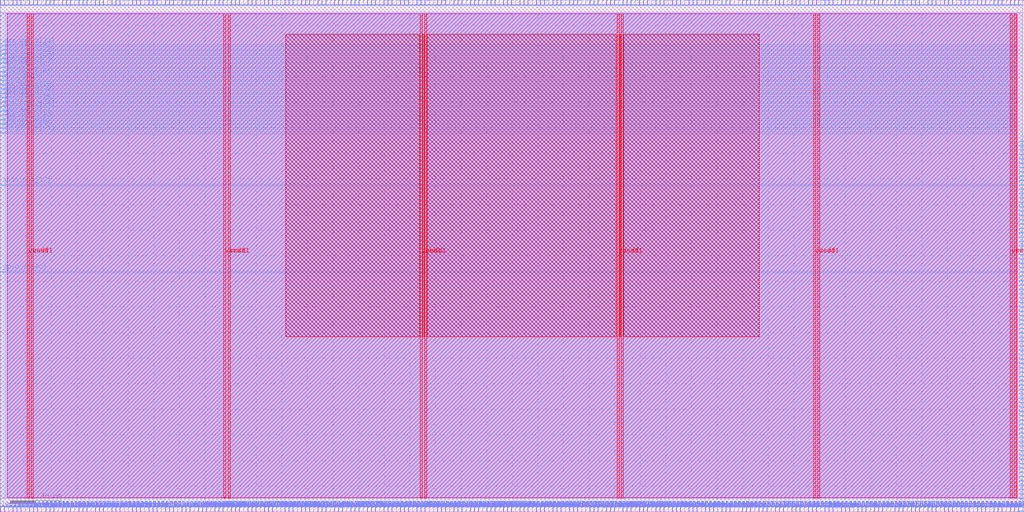
<source format=lef>
VERSION 5.7 ;
  NOWIREEXTENSIONATPIN ON ;
  DIVIDERCHAR "/" ;
  BUSBITCHARS "[]" ;
MACRO team_08_Wrapper
  CLASS BLOCK ;
  FOREIGN team_08_Wrapper ;
  ORIGIN 0.000 0.000 ;
  SIZE 800.000 BY 400.000 ;
  PIN gpio_in[0]
    DIRECTION INPUT ;
    USE SIGNAL ;
    PORT
      LAYER met2 ;
        RECT 3.310 0.000 3.590 4.000 ;
    END
  END gpio_in[0]
  PIN gpio_in[10]
    DIRECTION INPUT ;
    USE SIGNAL ;
    PORT
      LAYER met2 ;
        RECT 6.530 0.000 6.810 4.000 ;
    END
  END gpio_in[10]
  PIN gpio_in[11]
    DIRECTION INPUT ;
    USE SIGNAL ;
    PORT
      LAYER met2 ;
        RECT 9.750 0.000 10.030 4.000 ;
    END
  END gpio_in[11]
  PIN gpio_in[12]
    DIRECTION INPUT ;
    USE SIGNAL ;
    PORT
      LAYER met2 ;
        RECT 12.970 0.000 13.250 4.000 ;
    END
  END gpio_in[12]
  PIN gpio_in[13]
    DIRECTION INPUT ;
    USE SIGNAL ;
    PORT
      LAYER met2 ;
        RECT 16.190 0.000 16.470 4.000 ;
    END
  END gpio_in[13]
  PIN gpio_in[14]
    DIRECTION INPUT ;
    USE SIGNAL ;
    PORT
      LAYER met2 ;
        RECT 19.410 0.000 19.690 4.000 ;
    END
  END gpio_in[14]
  PIN gpio_in[15]
    DIRECTION INPUT ;
    USE SIGNAL ;
    PORT
      LAYER met2 ;
        RECT 22.630 0.000 22.910 4.000 ;
    END
  END gpio_in[15]
  PIN gpio_in[16]
    DIRECTION INPUT ;
    USE SIGNAL ;
    PORT
      LAYER met2 ;
        RECT 25.850 0.000 26.130 4.000 ;
    END
  END gpio_in[16]
  PIN gpio_in[17]
    DIRECTION INPUT ;
    USE SIGNAL ;
    PORT
      LAYER met2 ;
        RECT 29.070 0.000 29.350 4.000 ;
    END
  END gpio_in[17]
  PIN gpio_in[18]
    DIRECTION INPUT ;
    USE SIGNAL ;
    PORT
      LAYER met2 ;
        RECT 32.290 0.000 32.570 4.000 ;
    END
  END gpio_in[18]
  PIN gpio_in[19]
    DIRECTION INPUT ;
    USE SIGNAL ;
    PORT
      LAYER met2 ;
        RECT 35.510 0.000 35.790 4.000 ;
    END
  END gpio_in[19]
  PIN gpio_in[1]
    DIRECTION INPUT ;
    USE SIGNAL ;
    PORT
      LAYER met2 ;
        RECT 38.730 0.000 39.010 4.000 ;
    END
  END gpio_in[1]
  PIN gpio_in[20]
    DIRECTION INPUT ;
    USE SIGNAL ;
    PORT
      LAYER met2 ;
        RECT 41.950 0.000 42.230 4.000 ;
    END
  END gpio_in[20]
  PIN gpio_in[21]
    DIRECTION INPUT ;
    USE SIGNAL ;
    PORT
      LAYER met2 ;
        RECT 45.170 0.000 45.450 4.000 ;
    END
  END gpio_in[21]
  PIN gpio_in[22]
    DIRECTION INPUT ;
    USE SIGNAL ;
    PORT
      LAYER met2 ;
        RECT 48.390 0.000 48.670 4.000 ;
    END
  END gpio_in[22]
  PIN gpio_in[23]
    DIRECTION INPUT ;
    USE SIGNAL ;
    PORT
      LAYER met2 ;
        RECT 51.610 0.000 51.890 4.000 ;
    END
  END gpio_in[23]
  PIN gpio_in[24]
    DIRECTION INPUT ;
    USE SIGNAL ;
    ANTENNAGATEAREA 0.860700 ;
    ANTENNADIFFAREA 0.434700 ;
    PORT
      LAYER met2 ;
        RECT 779.330 396.000 779.610 400.000 ;
    END
  END gpio_in[24]
  PIN gpio_in[25]
    DIRECTION INPUT ;
    USE SIGNAL ;
    ANTENNAGATEAREA 0.631200 ;
    ANTENNADIFFAREA 0.434700 ;
    PORT
      LAYER met3 ;
        RECT 0.000 187.040 4.000 187.640 ;
    END
  END gpio_in[25]
  PIN gpio_in[26]
    DIRECTION INPUT ;
    USE SIGNAL ;
    ANTENNAGATEAREA 0.682200 ;
    ANTENNADIFFAREA 0.434700 ;
    PORT
      LAYER met2 ;
        RECT 795.430 396.000 795.710 400.000 ;
    END
  END gpio_in[26]
  PIN gpio_in[27]
    DIRECTION INPUT ;
    USE SIGNAL ;
    PORT
      LAYER met2 ;
        RECT 54.830 0.000 55.110 4.000 ;
    END
  END gpio_in[27]
  PIN gpio_in[28]
    DIRECTION INPUT ;
    USE SIGNAL ;
    PORT
      LAYER met2 ;
        RECT 58.050 0.000 58.330 4.000 ;
    END
  END gpio_in[28]
  PIN gpio_in[29]
    DIRECTION INPUT ;
    USE SIGNAL ;
    PORT
      LAYER met2 ;
        RECT 61.270 0.000 61.550 4.000 ;
    END
  END gpio_in[29]
  PIN gpio_in[2]
    DIRECTION INPUT ;
    USE SIGNAL ;
    PORT
      LAYER met2 ;
        RECT 64.490 0.000 64.770 4.000 ;
    END
  END gpio_in[2]
  PIN gpio_in[30]
    DIRECTION INPUT ;
    USE SIGNAL ;
    PORT
      LAYER met2 ;
        RECT 67.710 0.000 67.990 4.000 ;
    END
  END gpio_in[30]
  PIN gpio_in[31]
    DIRECTION INPUT ;
    USE SIGNAL ;
    PORT
      LAYER met2 ;
        RECT 70.930 0.000 71.210 4.000 ;
    END
  END gpio_in[31]
  PIN gpio_in[32]
    DIRECTION INPUT ;
    USE SIGNAL ;
    PORT
      LAYER met2 ;
        RECT 74.150 0.000 74.430 4.000 ;
    END
  END gpio_in[32]
  PIN gpio_in[33]
    DIRECTION INPUT ;
    USE SIGNAL ;
    PORT
      LAYER met2 ;
        RECT 77.370 0.000 77.650 4.000 ;
    END
  END gpio_in[33]
  PIN gpio_in[34]
    DIRECTION INPUT ;
    USE SIGNAL ;
    PORT
      LAYER met2 ;
        RECT 80.590 0.000 80.870 4.000 ;
    END
  END gpio_in[34]
  PIN gpio_in[35]
    DIRECTION INPUT ;
    USE SIGNAL ;
    PORT
      LAYER met2 ;
        RECT 83.810 0.000 84.090 4.000 ;
    END
  END gpio_in[35]
  PIN gpio_in[36]
    DIRECTION INPUT ;
    USE SIGNAL ;
    PORT
      LAYER met2 ;
        RECT 87.030 0.000 87.310 4.000 ;
    END
  END gpio_in[36]
  PIN gpio_in[37]
    DIRECTION INPUT ;
    USE SIGNAL ;
    PORT
      LAYER met2 ;
        RECT 90.250 0.000 90.530 4.000 ;
    END
  END gpio_in[37]
  PIN gpio_in[3]
    DIRECTION INPUT ;
    USE SIGNAL ;
    PORT
      LAYER met2 ;
        RECT 93.470 0.000 93.750 4.000 ;
    END
  END gpio_in[3]
  PIN gpio_in[4]
    DIRECTION INPUT ;
    USE SIGNAL ;
    PORT
      LAYER met2 ;
        RECT 96.690 0.000 96.970 4.000 ;
    END
  END gpio_in[4]
  PIN gpio_in[5]
    DIRECTION INPUT ;
    USE SIGNAL ;
    PORT
      LAYER met2 ;
        RECT 99.910 0.000 100.190 4.000 ;
    END
  END gpio_in[5]
  PIN gpio_in[6]
    DIRECTION INPUT ;
    USE SIGNAL ;
    PORT
      LAYER met2 ;
        RECT 103.130 0.000 103.410 4.000 ;
    END
  END gpio_in[6]
  PIN gpio_in[7]
    DIRECTION INPUT ;
    USE SIGNAL ;
    PORT
      LAYER met2 ;
        RECT 106.350 0.000 106.630 4.000 ;
    END
  END gpio_in[7]
  PIN gpio_in[8]
    DIRECTION INPUT ;
    USE SIGNAL ;
    PORT
      LAYER met2 ;
        RECT 109.570 0.000 109.850 4.000 ;
    END
  END gpio_in[8]
  PIN gpio_in[9]
    DIRECTION INPUT ;
    USE SIGNAL ;
    PORT
      LAYER met2 ;
        RECT 112.790 0.000 113.070 4.000 ;
    END
  END gpio_in[9]
  PIN gpio_oeb[0]
    DIRECTION OUTPUT ;
    USE SIGNAL ;
    ANTENNADIFFAREA 0.445500 ;
    PORT
      LAYER met2 ;
        RECT 315.650 396.000 315.930 400.000 ;
    END
  END gpio_oeb[0]
  PIN gpio_oeb[10]
    DIRECTION OUTPUT ;
    USE SIGNAL ;
    ANTENNADIFFAREA 0.445500 ;
    PORT
      LAYER met2 ;
        RECT 38.730 396.000 39.010 400.000 ;
    END
  END gpio_oeb[10]
  PIN gpio_oeb[11]
    DIRECTION OUTPUT ;
    USE SIGNAL ;
    ANTENNADIFFAREA 0.445500 ;
    PORT
      LAYER met2 ;
        RECT 644.090 396.000 644.370 400.000 ;
    END
  END gpio_oeb[11]
  PIN gpio_oeb[12]
    DIRECTION OUTPUT ;
    USE SIGNAL ;
    ANTENNADIFFAREA 0.445500 ;
    PORT
      LAYER met2 ;
        RECT 299.550 396.000 299.830 400.000 ;
    END
  END gpio_oeb[12]
  PIN gpio_oeb[13]
    DIRECTION OUTPUT ;
    USE SIGNAL ;
    ANTENNADIFFAREA 0.445500 ;
    PORT
      LAYER met2 ;
        RECT 289.890 396.000 290.170 400.000 ;
    END
  END gpio_oeb[13]
  PIN gpio_oeb[14]
    DIRECTION OUTPUT ;
    USE SIGNAL ;
    ANTENNADIFFAREA 0.445500 ;
    PORT
      LAYER met2 ;
        RECT 331.750 396.000 332.030 400.000 ;
    END
  END gpio_oeb[14]
  PIN gpio_oeb[15]
    DIRECTION OUTPUT ;
    USE SIGNAL ;
    ANTENNADIFFAREA 0.445500 ;
    PORT
      LAYER met2 ;
        RECT 302.770 396.000 303.050 400.000 ;
    END
  END gpio_oeb[15]
  PIN gpio_oeb[16]
    DIRECTION OUTPUT ;
    USE SIGNAL ;
    ANTENNADIFFAREA 0.445500 ;
    PORT
      LAYER met2 ;
        RECT 132.110 396.000 132.390 400.000 ;
    END
  END gpio_oeb[16]
  PIN gpio_oeb[17]
    DIRECTION OUTPUT ;
    USE SIGNAL ;
    ANTENNADIFFAREA 0.445500 ;
    PORT
      LAYER met2 ;
        RECT 141.770 396.000 142.050 400.000 ;
    END
  END gpio_oeb[17]
  PIN gpio_oeb[18]
    DIRECTION OUTPUT ;
    USE SIGNAL ;
    ANTENNADIFFAREA 0.445500 ;
    PORT
      LAYER met2 ;
        RECT 705.270 396.000 705.550 400.000 ;
    END
  END gpio_oeb[18]
  PIN gpio_oeb[19]
    DIRECTION OUTPUT ;
    USE SIGNAL ;
    ANTENNADIFFAREA 0.445500 ;
    PORT
      LAYER met2 ;
        RECT 640.870 396.000 641.150 400.000 ;
    END
  END gpio_oeb[19]
  PIN gpio_oeb[1]
    DIRECTION OUTPUT ;
    USE SIGNAL ;
    ANTENNADIFFAREA 0.445500 ;
    PORT
      LAYER met2 ;
        RECT 663.410 0.000 663.690 4.000 ;
    END
  END gpio_oeb[1]
  PIN gpio_oeb[20]
    DIRECTION OUTPUT ;
    USE SIGNAL ;
    ANTENNADIFFAREA 0.445500 ;
    PORT
      LAYER met2 ;
        RECT 6.530 396.000 6.810 400.000 ;
    END
  END gpio_oeb[20]
  PIN gpio_oeb[21]
    DIRECTION OUTPUT ;
    USE SIGNAL ;
    ANTENNADIFFAREA 0.445500 ;
    PORT
      LAYER met2 ;
        RECT 518.510 396.000 518.790 400.000 ;
    END
  END gpio_oeb[21]
  PIN gpio_oeb[22]
    DIRECTION OUTPUT ;
    USE SIGNAL ;
    ANTENNADIFFAREA 0.445500 ;
    PORT
      LAYER met2 ;
        RECT 116.010 396.000 116.290 400.000 ;
    END
  END gpio_oeb[22]
  PIN gpio_oeb[23]
    DIRECTION OUTPUT ;
    USE SIGNAL ;
    ANTENNADIFFAREA 0.445500 ;
    PORT
      LAYER met2 ;
        RECT 660.190 0.000 660.470 4.000 ;
    END
  END gpio_oeb[23]
  PIN gpio_oeb[24]
    DIRECTION OUTPUT ;
    USE SIGNAL ;
    ANTENNADIFFAREA 0.445500 ;
    PORT
      LAYER met2 ;
        RECT 656.970 0.000 657.250 4.000 ;
    END
  END gpio_oeb[24]
  PIN gpio_oeb[25]
    DIRECTION OUTPUT ;
    USE SIGNAL ;
    ANTENNADIFFAREA 0.445500 ;
    PORT
      LAYER met2 ;
        RECT 647.310 0.000 647.590 4.000 ;
    END
  END gpio_oeb[25]
  PIN gpio_oeb[26]
    DIRECTION OUTPUT ;
    USE SIGNAL ;
    ANTENNADIFFAREA 0.445500 ;
    PORT
      LAYER met2 ;
        RECT 447.670 396.000 447.950 400.000 ;
    END
  END gpio_oeb[26]
  PIN gpio_oeb[27]
    DIRECTION OUTPUT ;
    USE SIGNAL ;
    ANTENNADIFFAREA 0.445500 ;
    PORT
      LAYER met2 ;
        RECT 0.090 396.000 0.370 400.000 ;
    END
  END gpio_oeb[27]
  PIN gpio_oeb[28]
    DIRECTION OUTPUT ;
    USE SIGNAL ;
    ANTENNADIFFAREA 0.445500 ;
    PORT
      LAYER met2 ;
        RECT 74.150 396.000 74.430 400.000 ;
    END
  END gpio_oeb[28]
  PIN gpio_oeb[29]
    DIRECTION OUTPUT ;
    USE SIGNAL ;
    ANTENNADIFFAREA 0.445500 ;
    PORT
      LAYER met2 ;
        RECT 756.790 396.000 757.070 400.000 ;
    END
  END gpio_oeb[29]
  PIN gpio_oeb[2]
    DIRECTION OUTPUT ;
    USE SIGNAL ;
    ANTENNADIFFAREA 0.445500 ;
    PORT
      LAYER met2 ;
        RECT 650.530 0.000 650.810 4.000 ;
    END
  END gpio_oeb[2]
  PIN gpio_oeb[30]
    DIRECTION OUTPUT ;
    USE SIGNAL ;
    ANTENNADIFFAREA 0.445500 ;
    PORT
      LAYER met2 ;
        RECT 48.390 396.000 48.670 400.000 ;
    END
  END gpio_oeb[30]
  PIN gpio_oeb[31]
    DIRECTION OUTPUT ;
    USE SIGNAL ;
    ANTENNADIFFAREA 0.445500 ;
    PORT
      LAYER met2 ;
        RECT 16.190 396.000 16.470 400.000 ;
    END
  END gpio_oeb[31]
  PIN gpio_oeb[32]
    DIRECTION OUTPUT ;
    USE SIGNAL ;
    ANTENNADIFFAREA 0.445500 ;
    PORT
      LAYER met2 ;
        RECT 106.350 396.000 106.630 400.000 ;
    END
  END gpio_oeb[32]
  PIN gpio_oeb[33]
    DIRECTION OUTPUT ;
    USE SIGNAL ;
    ANTENNADIFFAREA 0.445500 ;
    PORT
      LAYER met2 ;
        RECT 93.470 396.000 93.750 400.000 ;
    END
  END gpio_oeb[33]
  PIN gpio_oeb[34]
    DIRECTION OUTPUT ;
    USE SIGNAL ;
    ANTENNADIFFAREA 0.445500 ;
    PORT
      LAYER met2 ;
        RECT 96.690 396.000 96.970 400.000 ;
    END
  END gpio_oeb[34]
  PIN gpio_oeb[35]
    DIRECTION OUTPUT ;
    USE SIGNAL ;
    ANTENNADIFFAREA 0.445500 ;
    PORT
      LAYER met2 ;
        RECT 325.310 396.000 325.590 400.000 ;
    END
  END gpio_oeb[35]
  PIN gpio_oeb[36]
    DIRECTION OUTPUT ;
    USE SIGNAL ;
    ANTENNADIFFAREA 0.445500 ;
    PORT
      LAYER met2 ;
        RECT 35.510 396.000 35.790 400.000 ;
    END
  END gpio_oeb[36]
  PIN gpio_oeb[37]
    DIRECTION OUTPUT ;
    USE SIGNAL ;
    ANTENNADIFFAREA 0.445500 ;
    PORT
      LAYER met2 ;
        RECT 344.630 396.000 344.910 400.000 ;
    END
  END gpio_oeb[37]
  PIN gpio_oeb[3]
    DIRECTION OUTPUT ;
    USE SIGNAL ;
    ANTENNADIFFAREA 0.445500 ;
    PORT
      LAYER met2 ;
        RECT 644.090 0.000 644.370 4.000 ;
    END
  END gpio_oeb[3]
  PIN gpio_oeb[4]
    DIRECTION OUTPUT ;
    USE SIGNAL ;
    ANTENNADIFFAREA 0.445500 ;
    PORT
      LAYER met2 ;
        RECT 653.750 0.000 654.030 4.000 ;
    END
  END gpio_oeb[4]
  PIN gpio_oeb[5]
    DIRECTION OUTPUT ;
    USE SIGNAL ;
    ANTENNADIFFAREA 0.445500 ;
    PORT
      LAYER met2 ;
        RECT 90.250 396.000 90.530 400.000 ;
    END
  END gpio_oeb[5]
  PIN gpio_oeb[6]
    DIRECTION OUTPUT ;
    USE SIGNAL ;
    ANTENNADIFFAREA 0.445500 ;
    PORT
      LAYER met2 ;
        RECT 83.810 396.000 84.090 400.000 ;
    END
  END gpio_oeb[6]
  PIN gpio_oeb[7]
    DIRECTION OUTPUT ;
    USE SIGNAL ;
    ANTENNADIFFAREA 0.445500 ;
    PORT
      LAYER met2 ;
        RECT 58.050 396.000 58.330 400.000 ;
    END
  END gpio_oeb[7]
  PIN gpio_oeb[8]
    DIRECTION OUTPUT ;
    USE SIGNAL ;
    ANTENNADIFFAREA 0.445500 ;
    PORT
      LAYER met2 ;
        RECT 666.630 396.000 666.910 400.000 ;
    END
  END gpio_oeb[8]
  PIN gpio_oeb[9]
    DIRECTION OUTPUT ;
    USE SIGNAL ;
    ANTENNADIFFAREA 0.445500 ;
    PORT
      LAYER met2 ;
        RECT 508.850 396.000 509.130 400.000 ;
    END
  END gpio_oeb[9]
  PIN gpio_out[0]
    DIRECTION OUTPUT ;
    USE SIGNAL ;
    ANTENNADIFFAREA 0.445500 ;
    PORT
      LAYER met2 ;
        RECT 711.710 396.000 711.990 400.000 ;
    END
  END gpio_out[0]
  PIN gpio_out[10]
    DIRECTION OUTPUT ;
    USE SIGNAL ;
    ANTENNADIFFAREA 0.445500 ;
    PORT
      LAYER met2 ;
        RECT 148.210 396.000 148.490 400.000 ;
    END
  END gpio_out[10]
  PIN gpio_out[11]
    DIRECTION OUTPUT ;
    USE SIGNAL ;
    ANTENNADIFFAREA 0.445500 ;
    PORT
      LAYER met2 ;
        RECT 138.550 396.000 138.830 400.000 ;
    END
  END gpio_out[11]
  PIN gpio_out[12]
    DIRECTION OUTPUT ;
    USE SIGNAL ;
    ANTENNADIFFAREA 0.445500 ;
    PORT
      LAYER met2 ;
        RECT 144.990 396.000 145.270 400.000 ;
    END
  END gpio_out[12]
  PIN gpio_out[13]
    DIRECTION OUTPUT ;
    USE SIGNAL ;
    ANTENNADIFFAREA 0.445500 ;
    PORT
      LAYER met2 ;
        RECT 135.330 396.000 135.610 400.000 ;
    END
  END gpio_out[13]
  PIN gpio_out[14]
    DIRECTION OUTPUT ;
    USE SIGNAL ;
    ANTENNADIFFAREA 0.445500 ;
    PORT
      LAYER met2 ;
        RECT 128.890 396.000 129.170 400.000 ;
    END
  END gpio_out[14]
  PIN gpio_out[15]
    DIRECTION OUTPUT ;
    USE SIGNAL ;
    ANTENNADIFFAREA 0.445500 ;
    PORT
      LAYER met2 ;
        RECT 151.430 396.000 151.710 400.000 ;
    END
  END gpio_out[15]
  PIN gpio_out[16]
    DIRECTION OUTPUT ;
    USE SIGNAL ;
    ANTENNADIFFAREA 0.445500 ;
    PORT
      LAYER met2 ;
        RECT 70.930 396.000 71.210 400.000 ;
    END
  END gpio_out[16]
  PIN gpio_out[17]
    DIRECTION OUTPUT ;
    USE SIGNAL ;
    ANTENNADIFFAREA 0.445500 ;
    PORT
      LAYER met3 ;
        RECT 0.000 255.040 4.000 255.640 ;
    END
  END gpio_out[17]
  PIN gpio_out[18]
    DIRECTION OUTPUT ;
    USE SIGNAL ;
    ANTENNADIFFAREA 0.445500 ;
    PORT
      LAYER met2 ;
        RECT 9.750 396.000 10.030 400.000 ;
    END
  END gpio_out[18]
  PIN gpio_out[19]
    DIRECTION OUTPUT ;
    USE SIGNAL ;
    ANTENNADIFFAREA 0.445500 ;
    PORT
      LAYER met2 ;
        RECT 29.070 396.000 29.350 400.000 ;
    END
  END gpio_out[19]
  PIN gpio_out[1]
    DIRECTION OUTPUT ;
    USE SIGNAL ;
    ANTENNADIFFAREA 0.445500 ;
    PORT
      LAYER met2 ;
        RECT 312.430 396.000 312.710 400.000 ;
    END
  END gpio_out[1]
  PIN gpio_out[20]
    DIRECTION OUTPUT ;
    USE SIGNAL ;
    ANTENNADIFFAREA 0.445500 ;
    PORT
      LAYER met2 ;
        RECT 103.130 396.000 103.410 400.000 ;
    END
  END gpio_out[20]
  PIN gpio_out[21]
    DIRECTION OUTPUT ;
    USE SIGNAL ;
    ANTENNADIFFAREA 0.795200 ;
    PORT
      LAYER met2 ;
        RECT 3.310 396.000 3.590 400.000 ;
    END
  END gpio_out[21]
  PIN gpio_out[22]
    DIRECTION OUTPUT ;
    USE SIGNAL ;
    ANTENNADIFFAREA 0.445500 ;
    PORT
      LAYER met2 ;
        RECT 112.790 396.000 113.070 400.000 ;
    END
  END gpio_out[22]
  PIN gpio_out[23]
    DIRECTION OUTPUT ;
    USE SIGNAL ;
    ANTENNADIFFAREA 0.445500 ;
    PORT
      LAYER met2 ;
        RECT 679.510 396.000 679.790 400.000 ;
    END
  END gpio_out[23]
  PIN gpio_out[24]
    DIRECTION OUTPUT ;
    USE SIGNAL ;
    ANTENNADIFFAREA 0.445500 ;
    PORT
      LAYER met2 ;
        RECT 579.690 396.000 579.970 400.000 ;
    END
  END gpio_out[24]
  PIN gpio_out[25]
    DIRECTION OUTPUT ;
    USE SIGNAL ;
    ANTENNADIFFAREA 0.445500 ;
    PORT
      LAYER met2 ;
        RECT 421.910 396.000 422.190 400.000 ;
    END
  END gpio_out[25]
  PIN gpio_out[26]
    DIRECTION OUTPUT ;
    USE SIGNAL ;
    ANTENNADIFFAREA 0.445500 ;
    PORT
      LAYER met2 ;
        RECT 595.790 396.000 596.070 400.000 ;
    END
  END gpio_out[26]
  PIN gpio_out[27]
    DIRECTION OUTPUT ;
    USE SIGNAL ;
    ANTENNADIFFAREA 0.445500 ;
    PORT
      LAYER met2 ;
        RECT 425.130 396.000 425.410 400.000 ;
    END
  END gpio_out[27]
  PIN gpio_out[28]
    DIRECTION OUTPUT ;
    USE SIGNAL ;
    ANTENNADIFFAREA 0.445500 ;
    PORT
      LAYER met2 ;
        RECT 418.690 396.000 418.970 400.000 ;
    END
  END gpio_out[28]
  PIN gpio_out[29]
    DIRECTION OUTPUT ;
    USE SIGNAL ;
    ANTENNADIFFAREA 0.445500 ;
    PORT
      LAYER met2 ;
        RECT 479.870 396.000 480.150 400.000 ;
    END
  END gpio_out[29]
  PIN gpio_out[2]
    DIRECTION OUTPUT ;
    USE SIGNAL ;
    ANTENNADIFFAREA 0.445500 ;
    PORT
      LAYER met2 ;
        RECT 25.850 396.000 26.130 400.000 ;
    END
  END gpio_out[2]
  PIN gpio_out[30]
    DIRECTION OUTPUT ;
    USE SIGNAL ;
    ANTENNADIFFAREA 0.445500 ;
    PORT
      LAYER met2 ;
        RECT 450.890 396.000 451.170 400.000 ;
    END
  END gpio_out[30]
  PIN gpio_out[31]
    DIRECTION OUTPUT ;
    USE SIGNAL ;
    ANTENNADIFFAREA 0.445500 ;
    PORT
      LAYER met2 ;
        RECT 495.970 396.000 496.250 400.000 ;
    END
  END gpio_out[31]
  PIN gpio_out[32]
    DIRECTION OUTPUT ;
    USE SIGNAL ;
    ANTENNADIFFAREA 0.445500 ;
    PORT
      LAYER met2 ;
        RECT 12.970 396.000 13.250 400.000 ;
    END
  END gpio_out[32]
  PIN gpio_out[33]
    DIRECTION OUTPUT ;
    USE SIGNAL ;
    ANTENNADIFFAREA 0.445500 ;
    PORT
      LAYER met2 ;
        RECT 19.410 396.000 19.690 400.000 ;
    END
  END gpio_out[33]
  PIN gpio_out[34]
    DIRECTION OUTPUT ;
    USE SIGNAL ;
    ANTENNADIFFAREA 0.445500 ;
    PORT
      LAYER met2 ;
        RECT 41.950 396.000 42.230 400.000 ;
    END
  END gpio_out[34]
  PIN gpio_out[35]
    DIRECTION OUTPUT ;
    USE SIGNAL ;
    ANTENNADIFFAREA 0.445500 ;
    PORT
      LAYER met2 ;
        RECT 534.610 396.000 534.890 400.000 ;
    END
  END gpio_out[35]
  PIN gpio_out[36]
    DIRECTION OUTPUT ;
    USE SIGNAL ;
    ANTENNADIFFAREA 0.445500 ;
    PORT
      LAYER met2 ;
        RECT 309.210 396.000 309.490 400.000 ;
    END
  END gpio_out[36]
  PIN gpio_out[37]
    DIRECTION OUTPUT ;
    USE SIGNAL ;
    ANTENNADIFFAREA 0.445500 ;
    PORT
      LAYER met2 ;
        RECT 264.130 0.000 264.410 4.000 ;
    END
  END gpio_out[37]
  PIN gpio_out[3]
    DIRECTION OUTPUT ;
    USE SIGNAL ;
    ANTENNADIFFAREA 0.445500 ;
    PORT
      LAYER met2 ;
        RECT 708.490 396.000 708.770 400.000 ;
    END
  END gpio_out[3]
  PIN gpio_out[4]
    DIRECTION OUTPUT ;
    USE SIGNAL ;
    ANTENNADIFFAREA 0.445500 ;
    PORT
      LAYER met2 ;
        RECT 521.730 396.000 522.010 400.000 ;
    END
  END gpio_out[4]
  PIN gpio_out[5]
    DIRECTION OUTPUT ;
    USE SIGNAL ;
    ANTENNADIFFAREA 0.445500 ;
    PORT
      LAYER met2 ;
        RECT 557.150 396.000 557.430 400.000 ;
    END
  END gpio_out[5]
  PIN gpio_out[6]
    DIRECTION OUTPUT ;
    USE SIGNAL ;
    ANTENNADIFFAREA 0.445500 ;
    PORT
      LAYER met2 ;
        RECT 747.130 396.000 747.410 400.000 ;
    END
  END gpio_out[6]
  PIN gpio_out[7]
    DIRECTION OUTPUT ;
    USE SIGNAL ;
    ANTENNADIFFAREA 0.445500 ;
    PORT
      LAYER met2 ;
        RECT 470.210 0.000 470.490 4.000 ;
    END
  END gpio_out[7]
  PIN gpio_out[8]
    DIRECTION OUTPUT ;
    USE SIGNAL ;
    ANTENNADIFFAREA 0.445500 ;
    PORT
      LAYER met2 ;
        RECT 702.050 396.000 702.330 400.000 ;
    END
  END gpio_out[8]
  PIN gpio_out[9]
    DIRECTION OUTPUT ;
    USE SIGNAL ;
    ANTENNADIFFAREA 0.445500 ;
    PORT
      LAYER met2 ;
        RECT 154.650 396.000 154.930 400.000 ;
    END
  END gpio_out[9]
  PIN irq[0]
    DIRECTION OUTPUT ;
    USE SIGNAL ;
    ANTENNADIFFAREA 0.445500 ;
    PORT
      LAYER met2 ;
        RECT 51.610 396.000 51.890 400.000 ;
    END
  END irq[0]
  PIN irq[1]
    DIRECTION OUTPUT ;
    USE SIGNAL ;
    ANTENNADIFFAREA 0.445500 ;
    PORT
      LAYER met2 ;
        RECT 566.810 396.000 567.090 400.000 ;
    END
  END irq[1]
  PIN irq[2]
    DIRECTION OUTPUT ;
    USE SIGNAL ;
    ANTENNADIFFAREA 0.445500 ;
    PORT
      LAYER met2 ;
        RECT 45.170 396.000 45.450 400.000 ;
    END
  END irq[2]
  PIN la_data_in[0]
    DIRECTION INPUT ;
    USE SIGNAL ;
    PORT
      LAYER met2 ;
        RECT 116.010 0.000 116.290 4.000 ;
    END
  END la_data_in[0]
  PIN la_data_in[100]
    DIRECTION INPUT ;
    USE SIGNAL ;
    PORT
      LAYER met2 ;
        RECT 119.230 0.000 119.510 4.000 ;
    END
  END la_data_in[100]
  PIN la_data_in[101]
    DIRECTION INPUT ;
    USE SIGNAL ;
    PORT
      LAYER met2 ;
        RECT 122.450 0.000 122.730 4.000 ;
    END
  END la_data_in[101]
  PIN la_data_in[102]
    DIRECTION INPUT ;
    USE SIGNAL ;
    PORT
      LAYER met2 ;
        RECT 125.670 0.000 125.950 4.000 ;
    END
  END la_data_in[102]
  PIN la_data_in[103]
    DIRECTION INPUT ;
    USE SIGNAL ;
    PORT
      LAYER met2 ;
        RECT 128.890 0.000 129.170 4.000 ;
    END
  END la_data_in[103]
  PIN la_data_in[104]
    DIRECTION INPUT ;
    USE SIGNAL ;
    PORT
      LAYER met2 ;
        RECT 132.110 0.000 132.390 4.000 ;
    END
  END la_data_in[104]
  PIN la_data_in[105]
    DIRECTION INPUT ;
    USE SIGNAL ;
    PORT
      LAYER met2 ;
        RECT 135.330 0.000 135.610 4.000 ;
    END
  END la_data_in[105]
  PIN la_data_in[106]
    DIRECTION INPUT ;
    USE SIGNAL ;
    PORT
      LAYER met2 ;
        RECT 138.550 0.000 138.830 4.000 ;
    END
  END la_data_in[106]
  PIN la_data_in[107]
    DIRECTION INPUT ;
    USE SIGNAL ;
    PORT
      LAYER met2 ;
        RECT 141.770 0.000 142.050 4.000 ;
    END
  END la_data_in[107]
  PIN la_data_in[108]
    DIRECTION INPUT ;
    USE SIGNAL ;
    PORT
      LAYER met2 ;
        RECT 144.990 0.000 145.270 4.000 ;
    END
  END la_data_in[108]
  PIN la_data_in[109]
    DIRECTION INPUT ;
    USE SIGNAL ;
    PORT
      LAYER met2 ;
        RECT 148.210 0.000 148.490 4.000 ;
    END
  END la_data_in[109]
  PIN la_data_in[10]
    DIRECTION INPUT ;
    USE SIGNAL ;
    PORT
      LAYER met2 ;
        RECT 151.430 0.000 151.710 4.000 ;
    END
  END la_data_in[10]
  PIN la_data_in[110]
    DIRECTION INPUT ;
    USE SIGNAL ;
    PORT
      LAYER met2 ;
        RECT 154.650 0.000 154.930 4.000 ;
    END
  END la_data_in[110]
  PIN la_data_in[111]
    DIRECTION INPUT ;
    USE SIGNAL ;
    PORT
      LAYER met2 ;
        RECT 157.870 0.000 158.150 4.000 ;
    END
  END la_data_in[111]
  PIN la_data_in[112]
    DIRECTION INPUT ;
    USE SIGNAL ;
    PORT
      LAYER met2 ;
        RECT 161.090 0.000 161.370 4.000 ;
    END
  END la_data_in[112]
  PIN la_data_in[113]
    DIRECTION INPUT ;
    USE SIGNAL ;
    PORT
      LAYER met2 ;
        RECT 640.870 0.000 641.150 4.000 ;
    END
  END la_data_in[113]
  PIN la_data_in[114]
    DIRECTION INPUT ;
    USE SIGNAL ;
    PORT
      LAYER met2 ;
        RECT 164.310 0.000 164.590 4.000 ;
    END
  END la_data_in[114]
  PIN la_data_in[115]
    DIRECTION INPUT ;
    USE SIGNAL ;
    PORT
      LAYER met2 ;
        RECT 167.530 0.000 167.810 4.000 ;
    END
  END la_data_in[115]
  PIN la_data_in[116]
    DIRECTION INPUT ;
    USE SIGNAL ;
    PORT
      LAYER met2 ;
        RECT 170.750 0.000 171.030 4.000 ;
    END
  END la_data_in[116]
  PIN la_data_in[117]
    DIRECTION INPUT ;
    USE SIGNAL ;
    PORT
      LAYER met2 ;
        RECT 173.970 0.000 174.250 4.000 ;
    END
  END la_data_in[117]
  PIN la_data_in[118]
    DIRECTION INPUT ;
    USE SIGNAL ;
    PORT
      LAYER met2 ;
        RECT 177.190 0.000 177.470 4.000 ;
    END
  END la_data_in[118]
  PIN la_data_in[119]
    DIRECTION INPUT ;
    USE SIGNAL ;
    PORT
      LAYER met2 ;
        RECT 180.410 0.000 180.690 4.000 ;
    END
  END la_data_in[119]
  PIN la_data_in[11]
    DIRECTION INPUT ;
    USE SIGNAL ;
    PORT
      LAYER met2 ;
        RECT 183.630 0.000 183.910 4.000 ;
    END
  END la_data_in[11]
  PIN la_data_in[120]
    DIRECTION INPUT ;
    USE SIGNAL ;
    PORT
      LAYER met2 ;
        RECT 186.850 0.000 187.130 4.000 ;
    END
  END la_data_in[120]
  PIN la_data_in[121]
    DIRECTION INPUT ;
    USE SIGNAL ;
    PORT
      LAYER met2 ;
        RECT 190.070 0.000 190.350 4.000 ;
    END
  END la_data_in[121]
  PIN la_data_in[122]
    DIRECTION INPUT ;
    USE SIGNAL ;
    PORT
      LAYER met2 ;
        RECT 193.290 0.000 193.570 4.000 ;
    END
  END la_data_in[122]
  PIN la_data_in[123]
    DIRECTION INPUT ;
    USE SIGNAL ;
    PORT
      LAYER met2 ;
        RECT 196.510 0.000 196.790 4.000 ;
    END
  END la_data_in[123]
  PIN la_data_in[124]
    DIRECTION INPUT ;
    USE SIGNAL ;
    PORT
      LAYER met2 ;
        RECT 199.730 0.000 200.010 4.000 ;
    END
  END la_data_in[124]
  PIN la_data_in[125]
    DIRECTION INPUT ;
    USE SIGNAL ;
    PORT
      LAYER met2 ;
        RECT 202.950 0.000 203.230 4.000 ;
    END
  END la_data_in[125]
  PIN la_data_in[126]
    DIRECTION INPUT ;
    USE SIGNAL ;
    PORT
      LAYER met2 ;
        RECT 206.170 0.000 206.450 4.000 ;
    END
  END la_data_in[126]
  PIN la_data_in[127]
    DIRECTION INPUT ;
    USE SIGNAL ;
    PORT
      LAYER met2 ;
        RECT 209.390 0.000 209.670 4.000 ;
    END
  END la_data_in[127]
  PIN la_data_in[12]
    DIRECTION INPUT ;
    USE SIGNAL ;
    PORT
      LAYER met2 ;
        RECT 212.610 0.000 212.890 4.000 ;
    END
  END la_data_in[12]
  PIN la_data_in[13]
    DIRECTION INPUT ;
    USE SIGNAL ;
    PORT
      LAYER met2 ;
        RECT 215.830 0.000 216.110 4.000 ;
    END
  END la_data_in[13]
  PIN la_data_in[14]
    DIRECTION INPUT ;
    USE SIGNAL ;
    PORT
      LAYER met2 ;
        RECT 219.050 0.000 219.330 4.000 ;
    END
  END la_data_in[14]
  PIN la_data_in[15]
    DIRECTION INPUT ;
    USE SIGNAL ;
    PORT
      LAYER met2 ;
        RECT 222.270 0.000 222.550 4.000 ;
    END
  END la_data_in[15]
  PIN la_data_in[16]
    DIRECTION INPUT ;
    USE SIGNAL ;
    PORT
      LAYER met2 ;
        RECT 225.490 0.000 225.770 4.000 ;
    END
  END la_data_in[16]
  PIN la_data_in[17]
    DIRECTION INPUT ;
    USE SIGNAL ;
    PORT
      LAYER met2 ;
        RECT 228.710 0.000 228.990 4.000 ;
    END
  END la_data_in[17]
  PIN la_data_in[18]
    DIRECTION INPUT ;
    USE SIGNAL ;
    PORT
      LAYER met2 ;
        RECT 231.930 0.000 232.210 4.000 ;
    END
  END la_data_in[18]
  PIN la_data_in[19]
    DIRECTION INPUT ;
    USE SIGNAL ;
    PORT
      LAYER met2 ;
        RECT 235.150 0.000 235.430 4.000 ;
    END
  END la_data_in[19]
  PIN la_data_in[1]
    DIRECTION INPUT ;
    USE SIGNAL ;
    PORT
      LAYER met2 ;
        RECT 238.370 0.000 238.650 4.000 ;
    END
  END la_data_in[1]
  PIN la_data_in[20]
    DIRECTION INPUT ;
    USE SIGNAL ;
    PORT
      LAYER met2 ;
        RECT 241.590 0.000 241.870 4.000 ;
    END
  END la_data_in[20]
  PIN la_data_in[21]
    DIRECTION INPUT ;
    USE SIGNAL ;
    PORT
      LAYER met2 ;
        RECT 244.810 0.000 245.090 4.000 ;
    END
  END la_data_in[21]
  PIN la_data_in[22]
    DIRECTION INPUT ;
    USE SIGNAL ;
    PORT
      LAYER met2 ;
        RECT 248.030 0.000 248.310 4.000 ;
    END
  END la_data_in[22]
  PIN la_data_in[23]
    DIRECTION INPUT ;
    USE SIGNAL ;
    PORT
      LAYER met2 ;
        RECT 251.250 0.000 251.530 4.000 ;
    END
  END la_data_in[23]
  PIN la_data_in[24]
    DIRECTION INPUT ;
    USE SIGNAL ;
    PORT
      LAYER met2 ;
        RECT 254.470 0.000 254.750 4.000 ;
    END
  END la_data_in[24]
  PIN la_data_in[25]
    DIRECTION INPUT ;
    USE SIGNAL ;
    PORT
      LAYER met2 ;
        RECT 257.690 0.000 257.970 4.000 ;
    END
  END la_data_in[25]
  PIN la_data_in[26]
    DIRECTION INPUT ;
    USE SIGNAL ;
    PORT
      LAYER met2 ;
        RECT 260.910 0.000 261.190 4.000 ;
    END
  END la_data_in[26]
  PIN la_data_in[27]
    DIRECTION INPUT ;
    USE SIGNAL ;
    PORT
      LAYER met2 ;
        RECT 0.090 0.000 0.370 4.000 ;
    END
  END la_data_in[27]
  PIN la_data_in[28]
    DIRECTION INPUT ;
    USE SIGNAL ;
    PORT
      LAYER met2 ;
        RECT 267.350 0.000 267.630 4.000 ;
    END
  END la_data_in[28]
  PIN la_data_in[29]
    DIRECTION INPUT ;
    USE SIGNAL ;
    PORT
      LAYER met2 ;
        RECT 270.570 0.000 270.850 4.000 ;
    END
  END la_data_in[29]
  PIN la_data_in[2]
    DIRECTION INPUT ;
    USE SIGNAL ;
    PORT
      LAYER met2 ;
        RECT 273.790 0.000 274.070 4.000 ;
    END
  END la_data_in[2]
  PIN la_data_in[30]
    DIRECTION INPUT ;
    USE SIGNAL ;
    PORT
      LAYER met2 ;
        RECT 277.010 0.000 277.290 4.000 ;
    END
  END la_data_in[30]
  PIN la_data_in[31]
    DIRECTION INPUT ;
    USE SIGNAL ;
    PORT
      LAYER met2 ;
        RECT 280.230 0.000 280.510 4.000 ;
    END
  END la_data_in[31]
  PIN la_data_in[32]
    DIRECTION INPUT ;
    USE SIGNAL ;
    PORT
      LAYER met2 ;
        RECT 283.450 0.000 283.730 4.000 ;
    END
  END la_data_in[32]
  PIN la_data_in[33]
    DIRECTION INPUT ;
    USE SIGNAL ;
    PORT
      LAYER met2 ;
        RECT 286.670 0.000 286.950 4.000 ;
    END
  END la_data_in[33]
  PIN la_data_in[34]
    DIRECTION INPUT ;
    USE SIGNAL ;
    PORT
      LAYER met2 ;
        RECT 289.890 0.000 290.170 4.000 ;
    END
  END la_data_in[34]
  PIN la_data_in[35]
    DIRECTION INPUT ;
    USE SIGNAL ;
    PORT
      LAYER met2 ;
        RECT 293.110 0.000 293.390 4.000 ;
    END
  END la_data_in[35]
  PIN la_data_in[36]
    DIRECTION INPUT ;
    USE SIGNAL ;
    PORT
      LAYER met2 ;
        RECT 296.330 0.000 296.610 4.000 ;
    END
  END la_data_in[36]
  PIN la_data_in[37]
    DIRECTION INPUT ;
    USE SIGNAL ;
    PORT
      LAYER met2 ;
        RECT 299.550 0.000 299.830 4.000 ;
    END
  END la_data_in[37]
  PIN la_data_in[38]
    DIRECTION INPUT ;
    USE SIGNAL ;
    PORT
      LAYER met2 ;
        RECT 302.770 0.000 303.050 4.000 ;
    END
  END la_data_in[38]
  PIN la_data_in[39]
    DIRECTION INPUT ;
    USE SIGNAL ;
    PORT
      LAYER met2 ;
        RECT 305.990 0.000 306.270 4.000 ;
    END
  END la_data_in[39]
  PIN la_data_in[3]
    DIRECTION INPUT ;
    USE SIGNAL ;
    PORT
      LAYER met2 ;
        RECT 309.210 0.000 309.490 4.000 ;
    END
  END la_data_in[3]
  PIN la_data_in[40]
    DIRECTION INPUT ;
    USE SIGNAL ;
    PORT
      LAYER met2 ;
        RECT 312.430 0.000 312.710 4.000 ;
    END
  END la_data_in[40]
  PIN la_data_in[41]
    DIRECTION INPUT ;
    USE SIGNAL ;
    PORT
      LAYER met2 ;
        RECT 315.650 0.000 315.930 4.000 ;
    END
  END la_data_in[41]
  PIN la_data_in[42]
    DIRECTION INPUT ;
    USE SIGNAL ;
    PORT
      LAYER met2 ;
        RECT 318.870 0.000 319.150 4.000 ;
    END
  END la_data_in[42]
  PIN la_data_in[43]
    DIRECTION INPUT ;
    USE SIGNAL ;
    PORT
      LAYER met2 ;
        RECT 322.090 0.000 322.370 4.000 ;
    END
  END la_data_in[43]
  PIN la_data_in[44]
    DIRECTION INPUT ;
    USE SIGNAL ;
    PORT
      LAYER met2 ;
        RECT 325.310 0.000 325.590 4.000 ;
    END
  END la_data_in[44]
  PIN la_data_in[45]
    DIRECTION INPUT ;
    USE SIGNAL ;
    PORT
      LAYER met2 ;
        RECT 328.530 0.000 328.810 4.000 ;
    END
  END la_data_in[45]
  PIN la_data_in[46]
    DIRECTION INPUT ;
    USE SIGNAL ;
    PORT
      LAYER met2 ;
        RECT 331.750 0.000 332.030 4.000 ;
    END
  END la_data_in[46]
  PIN la_data_in[47]
    DIRECTION INPUT ;
    USE SIGNAL ;
    PORT
      LAYER met2 ;
        RECT 334.970 0.000 335.250 4.000 ;
    END
  END la_data_in[47]
  PIN la_data_in[48]
    DIRECTION INPUT ;
    USE SIGNAL ;
    PORT
      LAYER met2 ;
        RECT 338.190 0.000 338.470 4.000 ;
    END
  END la_data_in[48]
  PIN la_data_in[49]
    DIRECTION INPUT ;
    USE SIGNAL ;
    PORT
      LAYER met2 ;
        RECT 341.410 0.000 341.690 4.000 ;
    END
  END la_data_in[49]
  PIN la_data_in[4]
    DIRECTION INPUT ;
    USE SIGNAL ;
    PORT
      LAYER met2 ;
        RECT 344.630 0.000 344.910 4.000 ;
    END
  END la_data_in[4]
  PIN la_data_in[50]
    DIRECTION INPUT ;
    USE SIGNAL ;
    PORT
      LAYER met2 ;
        RECT 347.850 0.000 348.130 4.000 ;
    END
  END la_data_in[50]
  PIN la_data_in[51]
    DIRECTION INPUT ;
    USE SIGNAL ;
    PORT
      LAYER met2 ;
        RECT 351.070 0.000 351.350 4.000 ;
    END
  END la_data_in[51]
  PIN la_data_in[52]
    DIRECTION INPUT ;
    USE SIGNAL ;
    PORT
      LAYER met2 ;
        RECT 354.290 0.000 354.570 4.000 ;
    END
  END la_data_in[52]
  PIN la_data_in[53]
    DIRECTION INPUT ;
    USE SIGNAL ;
    PORT
      LAYER met2 ;
        RECT 357.510 0.000 357.790 4.000 ;
    END
  END la_data_in[53]
  PIN la_data_in[54]
    DIRECTION INPUT ;
    USE SIGNAL ;
    PORT
      LAYER met2 ;
        RECT 360.730 0.000 361.010 4.000 ;
    END
  END la_data_in[54]
  PIN la_data_in[55]
    DIRECTION INPUT ;
    USE SIGNAL ;
    PORT
      LAYER met2 ;
        RECT 363.950 0.000 364.230 4.000 ;
    END
  END la_data_in[55]
  PIN la_data_in[56]
    DIRECTION INPUT ;
    USE SIGNAL ;
    PORT
      LAYER met2 ;
        RECT 367.170 0.000 367.450 4.000 ;
    END
  END la_data_in[56]
  PIN la_data_in[57]
    DIRECTION INPUT ;
    USE SIGNAL ;
    PORT
      LAYER met2 ;
        RECT 370.390 0.000 370.670 4.000 ;
    END
  END la_data_in[57]
  PIN la_data_in[58]
    DIRECTION INPUT ;
    USE SIGNAL ;
    PORT
      LAYER met2 ;
        RECT 373.610 0.000 373.890 4.000 ;
    END
  END la_data_in[58]
  PIN la_data_in[59]
    DIRECTION INPUT ;
    USE SIGNAL ;
    PORT
      LAYER met2 ;
        RECT 376.830 0.000 377.110 4.000 ;
    END
  END la_data_in[59]
  PIN la_data_in[5]
    DIRECTION INPUT ;
    USE SIGNAL ;
    PORT
      LAYER met2 ;
        RECT 380.050 0.000 380.330 4.000 ;
    END
  END la_data_in[5]
  PIN la_data_in[60]
    DIRECTION INPUT ;
    USE SIGNAL ;
    PORT
      LAYER met2 ;
        RECT 383.270 0.000 383.550 4.000 ;
    END
  END la_data_in[60]
  PIN la_data_in[61]
    DIRECTION INPUT ;
    USE SIGNAL ;
    PORT
      LAYER met2 ;
        RECT 386.490 0.000 386.770 4.000 ;
    END
  END la_data_in[61]
  PIN la_data_in[62]
    DIRECTION INPUT ;
    USE SIGNAL ;
    PORT
      LAYER met2 ;
        RECT 389.710 0.000 389.990 4.000 ;
    END
  END la_data_in[62]
  PIN la_data_in[63]
    DIRECTION INPUT ;
    USE SIGNAL ;
    PORT
      LAYER met2 ;
        RECT 392.930 0.000 393.210 4.000 ;
    END
  END la_data_in[63]
  PIN la_data_in[64]
    DIRECTION INPUT ;
    USE SIGNAL ;
    PORT
      LAYER met2 ;
        RECT 396.150 0.000 396.430 4.000 ;
    END
  END la_data_in[64]
  PIN la_data_in[65]
    DIRECTION INPUT ;
    USE SIGNAL ;
    PORT
      LAYER met2 ;
        RECT 399.370 0.000 399.650 4.000 ;
    END
  END la_data_in[65]
  PIN la_data_in[66]
    DIRECTION INPUT ;
    USE SIGNAL ;
    PORT
      LAYER met2 ;
        RECT 402.590 0.000 402.870 4.000 ;
    END
  END la_data_in[66]
  PIN la_data_in[67]
    DIRECTION INPUT ;
    USE SIGNAL ;
    PORT
      LAYER met2 ;
        RECT 405.810 0.000 406.090 4.000 ;
    END
  END la_data_in[67]
  PIN la_data_in[68]
    DIRECTION INPUT ;
    USE SIGNAL ;
    PORT
      LAYER met2 ;
        RECT 409.030 0.000 409.310 4.000 ;
    END
  END la_data_in[68]
  PIN la_data_in[69]
    DIRECTION INPUT ;
    USE SIGNAL ;
    PORT
      LAYER met2 ;
        RECT 412.250 0.000 412.530 4.000 ;
    END
  END la_data_in[69]
  PIN la_data_in[6]
    DIRECTION INPUT ;
    USE SIGNAL ;
    PORT
      LAYER met2 ;
        RECT 415.470 0.000 415.750 4.000 ;
    END
  END la_data_in[6]
  PIN la_data_in[70]
    DIRECTION INPUT ;
    USE SIGNAL ;
    PORT
      LAYER met2 ;
        RECT 418.690 0.000 418.970 4.000 ;
    END
  END la_data_in[70]
  PIN la_data_in[71]
    DIRECTION INPUT ;
    USE SIGNAL ;
    PORT
      LAYER met2 ;
        RECT 421.910 0.000 422.190 4.000 ;
    END
  END la_data_in[71]
  PIN la_data_in[72]
    DIRECTION INPUT ;
    USE SIGNAL ;
    PORT
      LAYER met2 ;
        RECT 425.130 0.000 425.410 4.000 ;
    END
  END la_data_in[72]
  PIN la_data_in[73]
    DIRECTION INPUT ;
    USE SIGNAL ;
    PORT
      LAYER met2 ;
        RECT 428.350 0.000 428.630 4.000 ;
    END
  END la_data_in[73]
  PIN la_data_in[74]
    DIRECTION INPUT ;
    USE SIGNAL ;
    PORT
      LAYER met2 ;
        RECT 431.570 0.000 431.850 4.000 ;
    END
  END la_data_in[74]
  PIN la_data_in[75]
    DIRECTION INPUT ;
    USE SIGNAL ;
    PORT
      LAYER met2 ;
        RECT 434.790 0.000 435.070 4.000 ;
    END
  END la_data_in[75]
  PIN la_data_in[76]
    DIRECTION INPUT ;
    USE SIGNAL ;
    PORT
      LAYER met2 ;
        RECT 438.010 0.000 438.290 4.000 ;
    END
  END la_data_in[76]
  PIN la_data_in[77]
    DIRECTION INPUT ;
    USE SIGNAL ;
    PORT
      LAYER met2 ;
        RECT 441.230 0.000 441.510 4.000 ;
    END
  END la_data_in[77]
  PIN la_data_in[78]
    DIRECTION INPUT ;
    USE SIGNAL ;
    PORT
      LAYER met2 ;
        RECT 444.450 0.000 444.730 4.000 ;
    END
  END la_data_in[78]
  PIN la_data_in[79]
    DIRECTION INPUT ;
    USE SIGNAL ;
    PORT
      LAYER met2 ;
        RECT 447.670 0.000 447.950 4.000 ;
    END
  END la_data_in[79]
  PIN la_data_in[7]
    DIRECTION INPUT ;
    USE SIGNAL ;
    PORT
      LAYER met2 ;
        RECT 450.890 0.000 451.170 4.000 ;
    END
  END la_data_in[7]
  PIN la_data_in[80]
    DIRECTION INPUT ;
    USE SIGNAL ;
    PORT
      LAYER met2 ;
        RECT 454.110 0.000 454.390 4.000 ;
    END
  END la_data_in[80]
  PIN la_data_in[81]
    DIRECTION INPUT ;
    USE SIGNAL ;
    PORT
      LAYER met2 ;
        RECT 457.330 0.000 457.610 4.000 ;
    END
  END la_data_in[81]
  PIN la_data_in[82]
    DIRECTION INPUT ;
    USE SIGNAL ;
    PORT
      LAYER met2 ;
        RECT 460.550 0.000 460.830 4.000 ;
    END
  END la_data_in[82]
  PIN la_data_in[83]
    DIRECTION INPUT ;
    USE SIGNAL ;
    PORT
      LAYER met2 ;
        RECT 463.770 0.000 464.050 4.000 ;
    END
  END la_data_in[83]
  PIN la_data_in[84]
    DIRECTION INPUT ;
    USE SIGNAL ;
    PORT
      LAYER met2 ;
        RECT 466.990 0.000 467.270 4.000 ;
    END
  END la_data_in[84]
  PIN la_data_in[85]
    DIRECTION INPUT ;
    USE SIGNAL ;
    PORT
      LAYER met2 ;
        RECT 476.650 0.000 476.930 4.000 ;
    END
  END la_data_in[85]
  PIN la_data_in[86]
    DIRECTION INPUT ;
    USE SIGNAL ;
    PORT
      LAYER met2 ;
        RECT 473.430 0.000 473.710 4.000 ;
    END
  END la_data_in[86]
  PIN la_data_in[87]
    DIRECTION INPUT ;
    USE SIGNAL ;
    PORT
      LAYER met2 ;
        RECT 483.090 0.000 483.370 4.000 ;
    END
  END la_data_in[87]
  PIN la_data_in[88]
    DIRECTION INPUT ;
    USE SIGNAL ;
    PORT
      LAYER met2 ;
        RECT 479.870 0.000 480.150 4.000 ;
    END
  END la_data_in[88]
  PIN la_data_in[89]
    DIRECTION INPUT ;
    USE SIGNAL ;
    PORT
      LAYER met2 ;
        RECT 489.530 0.000 489.810 4.000 ;
    END
  END la_data_in[89]
  PIN la_data_in[8]
    DIRECTION INPUT ;
    USE SIGNAL ;
    PORT
      LAYER met2 ;
        RECT 486.310 0.000 486.590 4.000 ;
    END
  END la_data_in[8]
  PIN la_data_in[90]
    DIRECTION INPUT ;
    USE SIGNAL ;
    PORT
      LAYER met2 ;
        RECT 495.970 0.000 496.250 4.000 ;
    END
  END la_data_in[90]
  PIN la_data_in[91]
    DIRECTION INPUT ;
    USE SIGNAL ;
    PORT
      LAYER met2 ;
        RECT 492.750 0.000 493.030 4.000 ;
    END
  END la_data_in[91]
  PIN la_data_in[92]
    DIRECTION INPUT ;
    USE SIGNAL ;
    PORT
      LAYER met2 ;
        RECT 502.410 0.000 502.690 4.000 ;
    END
  END la_data_in[92]
  PIN la_data_in[93]
    DIRECTION INPUT ;
    USE SIGNAL ;
    PORT
      LAYER met2 ;
        RECT 499.190 0.000 499.470 4.000 ;
    END
  END la_data_in[93]
  PIN la_data_in[94]
    DIRECTION INPUT ;
    USE SIGNAL ;
    PORT
      LAYER met2 ;
        RECT 508.850 0.000 509.130 4.000 ;
    END
  END la_data_in[94]
  PIN la_data_in[95]
    DIRECTION INPUT ;
    USE SIGNAL ;
    PORT
      LAYER met2 ;
        RECT 505.630 0.000 505.910 4.000 ;
    END
  END la_data_in[95]
  PIN la_data_in[96]
    DIRECTION INPUT ;
    USE SIGNAL ;
    PORT
      LAYER met2 ;
        RECT 515.290 0.000 515.570 4.000 ;
    END
  END la_data_in[96]
  PIN la_data_in[97]
    DIRECTION INPUT ;
    USE SIGNAL ;
    PORT
      LAYER met2 ;
        RECT 512.070 0.000 512.350 4.000 ;
    END
  END la_data_in[97]
  PIN la_data_in[98]
    DIRECTION INPUT ;
    USE SIGNAL ;
    PORT
      LAYER met2 ;
        RECT 521.730 0.000 522.010 4.000 ;
    END
  END la_data_in[98]
  PIN la_data_in[99]
    DIRECTION INPUT ;
    USE SIGNAL ;
    PORT
      LAYER met2 ;
        RECT 518.510 0.000 518.790 4.000 ;
    END
  END la_data_in[99]
  PIN la_data_in[9]
    DIRECTION INPUT ;
    USE SIGNAL ;
    PORT
      LAYER met2 ;
        RECT 528.170 0.000 528.450 4.000 ;
    END
  END la_data_in[9]
  PIN la_data_out[0]
    DIRECTION OUTPUT ;
    USE SIGNAL ;
    ANTENNADIFFAREA 0.445500 ;
    PORT
      LAYER met2 ;
        RECT 64.490 396.000 64.770 400.000 ;
    END
  END la_data_out[0]
  PIN la_data_out[100]
    DIRECTION OUTPUT ;
    USE SIGNAL ;
    ANTENNADIFFAREA 0.445500 ;
    PORT
      LAYER met2 ;
        RECT 541.050 396.000 541.330 400.000 ;
    END
  END la_data_out[100]
  PIN la_data_out[101]
    DIRECTION OUTPUT ;
    USE SIGNAL ;
    ANTENNADIFFAREA 0.445500 ;
    PORT
      LAYER met2 ;
        RECT 61.270 396.000 61.550 400.000 ;
    END
  END la_data_out[101]
  PIN la_data_out[102]
    DIRECTION OUTPUT ;
    USE SIGNAL ;
    ANTENNADIFFAREA 0.445500 ;
    PORT
      LAYER met2 ;
        RECT 109.570 396.000 109.850 400.000 ;
    END
  END la_data_out[102]
  PIN la_data_out[103]
    DIRECTION OUTPUT ;
    USE SIGNAL ;
    ANTENNADIFFAREA 0.445500 ;
    PORT
      LAYER met2 ;
        RECT 296.330 396.000 296.610 400.000 ;
    END
  END la_data_out[103]
  PIN la_data_out[104]
    DIRECTION OUTPUT ;
    USE SIGNAL ;
    ANTENNADIFFAREA 0.445500 ;
    PORT
      LAYER met2 ;
        RECT 99.910 396.000 100.190 400.000 ;
    END
  END la_data_out[104]
  PIN la_data_out[105]
    DIRECTION OUTPUT ;
    USE SIGNAL ;
    ANTENNADIFFAREA 0.445500 ;
    PORT
      LAYER met2 ;
        RECT 77.370 396.000 77.650 400.000 ;
    END
  END la_data_out[105]
  PIN la_data_out[106]
    DIRECTION OUTPUT ;
    USE SIGNAL ;
    ANTENNADIFFAREA 0.445500 ;
    PORT
      LAYER met2 ;
        RECT 125.670 396.000 125.950 400.000 ;
    END
  END la_data_out[106]
  PIN la_data_out[107]
    DIRECTION OUTPUT ;
    USE SIGNAL ;
    ANTENNADIFFAREA 0.445500 ;
    PORT
      LAYER met2 ;
        RECT 305.990 396.000 306.270 400.000 ;
    END
  END la_data_out[107]
  PIN la_data_out[108]
    DIRECTION OUTPUT ;
    USE SIGNAL ;
    ANTENNADIFFAREA 0.445500 ;
    PORT
      LAYER met2 ;
        RECT 119.230 396.000 119.510 400.000 ;
    END
  END la_data_out[108]
  PIN la_data_out[109]
    DIRECTION OUTPUT ;
    USE SIGNAL ;
    ANTENNADIFFAREA 0.445500 ;
    PORT
      LAYER met2 ;
        RECT 22.630 396.000 22.910 400.000 ;
    END
  END la_data_out[109]
  PIN la_data_out[10]
    DIRECTION OUTPUT ;
    USE SIGNAL ;
    ANTENNADIFFAREA 0.445500 ;
    PORT
      LAYER met2 ;
        RECT 553.930 396.000 554.210 400.000 ;
    END
  END la_data_out[10]
  PIN la_data_out[110]
    DIRECTION OUTPUT ;
    USE SIGNAL ;
    ANTENNADIFFAREA 0.445500 ;
    PORT
      LAYER met2 ;
        RECT 386.490 396.000 386.770 400.000 ;
    END
  END la_data_out[110]
  PIN la_data_out[111]
    DIRECTION OUTPUT ;
    USE SIGNAL ;
    ANTENNADIFFAREA 0.445500 ;
    PORT
      LAYER met2 ;
        RECT 624.770 396.000 625.050 400.000 ;
    END
  END la_data_out[111]
  PIN la_data_out[112]
    DIRECTION OUTPUT ;
    USE SIGNAL ;
    ANTENNADIFFAREA 0.445500 ;
    PORT
      LAYER met2 ;
        RECT 122.450 396.000 122.730 400.000 ;
    END
  END la_data_out[112]
  PIN la_data_out[113]
    DIRECTION OUTPUT ;
    USE SIGNAL ;
    ANTENNADIFFAREA 0.445500 ;
    PORT
      LAYER met2 ;
        RECT 457.330 396.000 457.610 400.000 ;
    END
  END la_data_out[113]
  PIN la_data_out[114]
    DIRECTION OUTPUT ;
    USE SIGNAL ;
    ANTENNADIFFAREA 0.445500 ;
    PORT
      LAYER met2 ;
        RECT 766.450 396.000 766.730 400.000 ;
    END
  END la_data_out[114]
  PIN la_data_out[115]
    DIRECTION OUTPUT ;
    USE SIGNAL ;
    ANTENNADIFFAREA 0.445500 ;
    PORT
      LAYER met2 ;
        RECT 80.590 396.000 80.870 400.000 ;
    END
  END la_data_out[115]
  PIN la_data_out[116]
    DIRECTION OUTPUT ;
    USE SIGNAL ;
    ANTENNADIFFAREA 0.445500 ;
    PORT
      LAYER met2 ;
        RECT 67.710 396.000 67.990 400.000 ;
    END
  END la_data_out[116]
  PIN la_data_out[117]
    DIRECTION OUTPUT ;
    USE SIGNAL ;
    ANTENNADIFFAREA 0.445500 ;
    PORT
      LAYER met2 ;
        RECT 54.830 396.000 55.110 400.000 ;
    END
  END la_data_out[117]
  PIN la_data_out[118]
    DIRECTION OUTPUT ;
    USE SIGNAL ;
    ANTENNADIFFAREA 0.445500 ;
    PORT
      LAYER met2 ;
        RECT 476.650 396.000 476.930 400.000 ;
    END
  END la_data_out[118]
  PIN la_data_out[119]
    DIRECTION OUTPUT ;
    USE SIGNAL ;
    ANTENNADIFFAREA 0.445500 ;
    PORT
      LAYER met2 ;
        RECT 698.830 396.000 699.110 400.000 ;
    END
  END la_data_out[119]
  PIN la_data_out[11]
    DIRECTION OUTPUT ;
    USE SIGNAL ;
    ANTENNADIFFAREA 0.445500 ;
    PORT
      LAYER met2 ;
        RECT 399.370 396.000 399.650 400.000 ;
    END
  END la_data_out[11]
  PIN la_data_out[120]
    DIRECTION OUTPUT ;
    USE SIGNAL ;
    ANTENNADIFFAREA 0.445500 ;
    PORT
      LAYER met2 ;
        RECT 87.030 396.000 87.310 400.000 ;
    END
  END la_data_out[120]
  PIN la_data_out[121]
    DIRECTION OUTPUT ;
    USE SIGNAL ;
    ANTENNADIFFAREA 0.445500 ;
    PORT
      LAYER met2 ;
        RECT 32.290 396.000 32.570 400.000 ;
    END
  END la_data_out[121]
  PIN la_data_out[122]
    DIRECTION OUTPUT ;
    USE SIGNAL ;
    ANTENNADIFFAREA 0.445500 ;
    PORT
      LAYER met2 ;
        RECT 389.710 396.000 389.990 400.000 ;
    END
  END la_data_out[122]
  PIN la_data_out[123]
    DIRECTION OUTPUT ;
    USE SIGNAL ;
    ANTENNADIFFAREA 0.445500 ;
    PORT
      LAYER met2 ;
        RECT 251.250 396.000 251.530 400.000 ;
    END
  END la_data_out[123]
  PIN la_data_out[124]
    DIRECTION OUTPUT ;
    USE SIGNAL ;
    ANTENNADIFFAREA 0.445500 ;
    PORT
      LAYER met2 ;
        RECT 248.030 396.000 248.310 400.000 ;
    END
  END la_data_out[124]
  PIN la_data_out[125]
    DIRECTION OUTPUT ;
    USE SIGNAL ;
    ANTENNADIFFAREA 0.445500 ;
    PORT
      LAYER met2 ;
        RECT 380.050 396.000 380.330 400.000 ;
    END
  END la_data_out[125]
  PIN la_data_out[126]
    DIRECTION OUTPUT ;
    USE SIGNAL ;
    ANTENNADIFFAREA 0.445500 ;
    PORT
      LAYER met2 ;
        RECT 286.670 396.000 286.950 400.000 ;
    END
  END la_data_out[126]
  PIN la_data_out[127]
    DIRECTION OUTPUT ;
    USE SIGNAL ;
    ANTENNADIFFAREA 0.445500 ;
    PORT
      LAYER met2 ;
        RECT 231.930 396.000 232.210 400.000 ;
    END
  END la_data_out[127]
  PIN la_data_out[12]
    DIRECTION OUTPUT ;
    USE SIGNAL ;
    ANTENNADIFFAREA 0.445500 ;
    PORT
      LAYER met2 ;
        RECT 180.410 396.000 180.690 400.000 ;
    END
  END la_data_out[12]
  PIN la_data_out[13]
    DIRECTION OUTPUT ;
    USE SIGNAL ;
    ANTENNADIFFAREA 0.445500 ;
    PORT
      LAYER met2 ;
        RECT 396.150 396.000 396.430 400.000 ;
    END
  END la_data_out[13]
  PIN la_data_out[14]
    DIRECTION OUTPUT ;
    USE SIGNAL ;
    ANTENNADIFFAREA 0.445500 ;
    PORT
      LAYER met2 ;
        RECT 196.510 396.000 196.790 400.000 ;
    END
  END la_data_out[14]
  PIN la_data_out[15]
    DIRECTION OUTPUT ;
    USE SIGNAL ;
    ANTENNADIFFAREA 0.445500 ;
    PORT
      LAYER met2 ;
        RECT 244.810 396.000 245.090 400.000 ;
    END
  END la_data_out[15]
  PIN la_data_out[16]
    DIRECTION OUTPUT ;
    USE SIGNAL ;
    ANTENNADIFFAREA 0.445500 ;
    PORT
      LAYER met2 ;
        RECT 209.390 396.000 209.670 400.000 ;
    END
  END la_data_out[16]
  PIN la_data_out[17]
    DIRECTION OUTPUT ;
    USE SIGNAL ;
    ANTENNADIFFAREA 0.445500 ;
    PORT
      LAYER met2 ;
        RECT 721.370 396.000 721.650 400.000 ;
    END
  END la_data_out[17]
  PIN la_data_out[18]
    DIRECTION OUTPUT ;
    USE SIGNAL ;
    ANTENNADIFFAREA 0.445500 ;
    PORT
      LAYER met2 ;
        RECT 502.410 396.000 502.690 400.000 ;
    END
  END la_data_out[18]
  PIN la_data_out[19]
    DIRECTION OUTPUT ;
    USE SIGNAL ;
    ANTENNADIFFAREA 0.445500 ;
    PORT
      LAYER met2 ;
        RECT 347.850 396.000 348.130 400.000 ;
    END
  END la_data_out[19]
  PIN la_data_out[1]
    DIRECTION OUTPUT ;
    USE SIGNAL ;
    ANTENNADIFFAREA 0.445500 ;
    PORT
      LAYER met2 ;
        RECT 750.350 396.000 750.630 400.000 ;
    END
  END la_data_out[1]
  PIN la_data_out[20]
    DIRECTION OUTPUT ;
    USE SIGNAL ;
    ANTENNADIFFAREA 0.445500 ;
    PORT
      LAYER met2 ;
        RECT 776.110 396.000 776.390 400.000 ;
    END
  END la_data_out[20]
  PIN la_data_out[21]
    DIRECTION OUTPUT ;
    USE SIGNAL ;
    ANTENNADIFFAREA 0.445500 ;
    PORT
      LAYER met2 ;
        RECT 322.090 396.000 322.370 400.000 ;
    END
  END la_data_out[21]
  PIN la_data_out[22]
    DIRECTION OUTPUT ;
    USE SIGNAL ;
    ANTENNADIFFAREA 0.445500 ;
    PORT
      LAYER met2 ;
        RECT 753.570 396.000 753.850 400.000 ;
    END
  END la_data_out[22]
  PIN la_data_out[23]
    DIRECTION OUTPUT ;
    USE SIGNAL ;
    ANTENNADIFFAREA 0.445500 ;
    PORT
      LAYER met2 ;
        RECT 441.230 396.000 441.510 400.000 ;
    END
  END la_data_out[23]
  PIN la_data_out[24]
    DIRECTION OUTPUT ;
    USE SIGNAL ;
    ANTENNADIFFAREA 0.445500 ;
    PORT
      LAYER met2 ;
        RECT 277.010 396.000 277.290 400.000 ;
    END
  END la_data_out[24]
  PIN la_data_out[25]
    DIRECTION OUTPUT ;
    USE SIGNAL ;
    ANTENNADIFFAREA 0.445500 ;
    PORT
      LAYER met2 ;
        RECT 157.870 396.000 158.150 400.000 ;
    END
  END la_data_out[25]
  PIN la_data_out[26]
    DIRECTION OUTPUT ;
    USE SIGNAL ;
    ANTENNADIFFAREA 0.445500 ;
    PORT
      LAYER met2 ;
        RECT 186.850 396.000 187.130 400.000 ;
    END
  END la_data_out[26]
  PIN la_data_out[27]
    DIRECTION OUTPUT ;
    USE SIGNAL ;
    ANTENNADIFFAREA 0.445500 ;
    PORT
      LAYER met2 ;
        RECT 656.970 396.000 657.250 400.000 ;
    END
  END la_data_out[27]
  PIN la_data_out[28]
    DIRECTION OUTPUT ;
    USE SIGNAL ;
    ANTENNADIFFAREA 0.445500 ;
    PORT
      LAYER met2 ;
        RECT 360.730 396.000 361.010 400.000 ;
    END
  END la_data_out[28]
  PIN la_data_out[29]
    DIRECTION OUTPUT ;
    USE SIGNAL ;
    ANTENNADIFFAREA 0.445500 ;
    PORT
      LAYER met2 ;
        RECT 257.690 396.000 257.970 400.000 ;
    END
  END la_data_out[29]
  PIN la_data_out[2]
    DIRECTION OUTPUT ;
    USE SIGNAL ;
    ANTENNADIFFAREA 0.445500 ;
    PORT
      LAYER met2 ;
        RECT 341.410 396.000 341.690 400.000 ;
    END
  END la_data_out[2]
  PIN la_data_out[30]
    DIRECTION OUTPUT ;
    USE SIGNAL ;
    ANTENNADIFFAREA 0.445500 ;
    PORT
      LAYER met2 ;
        RECT 444.450 396.000 444.730 400.000 ;
    END
  END la_data_out[30]
  PIN la_data_out[31]
    DIRECTION OUTPUT ;
    USE SIGNAL ;
    ANTENNADIFFAREA 0.445500 ;
    PORT
      LAYER met2 ;
        RECT 466.990 396.000 467.270 400.000 ;
    END
  END la_data_out[31]
  PIN la_data_out[32]
    DIRECTION OUTPUT ;
    USE SIGNAL ;
    ANTENNADIFFAREA 0.445500 ;
    PORT
      LAYER met2 ;
        RECT 334.970 396.000 335.250 400.000 ;
    END
  END la_data_out[32]
  PIN la_data_out[33]
    DIRECTION OUTPUT ;
    USE SIGNAL ;
    ANTENNADIFFAREA 0.445500 ;
    PORT
      LAYER met2 ;
        RECT 740.690 396.000 740.970 400.000 ;
    END
  END la_data_out[33]
  PIN la_data_out[34]
    DIRECTION OUTPUT ;
    USE SIGNAL ;
    ANTENNADIFFAREA 0.445500 ;
    PORT
      LAYER met2 ;
        RECT 260.910 396.000 261.190 400.000 ;
    END
  END la_data_out[34]
  PIN la_data_out[35]
    DIRECTION OUTPUT ;
    USE SIGNAL ;
    ANTENNADIFFAREA 0.445500 ;
    PORT
      LAYER met2 ;
        RECT 235.150 396.000 235.430 400.000 ;
    END
  END la_data_out[35]
  PIN la_data_out[36]
    DIRECTION OUTPUT ;
    USE SIGNAL ;
    ANTENNADIFFAREA 0.445500 ;
    PORT
      LAYER met2 ;
        RECT 434.790 396.000 435.070 400.000 ;
    END
  END la_data_out[36]
  PIN la_data_out[37]
    DIRECTION OUTPUT ;
    USE SIGNAL ;
    ANTENNADIFFAREA 0.445500 ;
    PORT
      LAYER met2 ;
        RECT 460.550 396.000 460.830 400.000 ;
    END
  END la_data_out[37]
  PIN la_data_out[38]
    DIRECTION OUTPUT ;
    USE SIGNAL ;
    ANTENNADIFFAREA 0.445500 ;
    PORT
      LAYER met2 ;
        RECT 547.490 396.000 547.770 400.000 ;
    END
  END la_data_out[38]
  PIN la_data_out[39]
    DIRECTION OUTPUT ;
    USE SIGNAL ;
    ANTENNADIFFAREA 0.445500 ;
    PORT
      LAYER met2 ;
        RECT 167.530 396.000 167.810 400.000 ;
    END
  END la_data_out[39]
  PIN la_data_out[3]
    DIRECTION OUTPUT ;
    USE SIGNAL ;
    ANTENNADIFFAREA 0.445500 ;
    PORT
      LAYER met2 ;
        RECT 293.110 396.000 293.390 400.000 ;
    END
  END la_data_out[3]
  PIN la_data_out[40]
    DIRECTION OUTPUT ;
    USE SIGNAL ;
    ANTENNADIFFAREA 0.445500 ;
    PORT
      LAYER met2 ;
        RECT 653.750 396.000 654.030 400.000 ;
    END
  END la_data_out[40]
  PIN la_data_out[41]
    DIRECTION OUTPUT ;
    USE SIGNAL ;
    ANTENNADIFFAREA 0.445500 ;
    PORT
      LAYER met2 ;
        RECT 689.170 396.000 689.450 400.000 ;
    END
  END la_data_out[41]
  PIN la_data_out[42]
    DIRECTION OUTPUT ;
    USE SIGNAL ;
    ANTENNADIFFAREA 0.445500 ;
    PORT
      LAYER met2 ;
        RECT 412.250 396.000 412.530 400.000 ;
    END
  END la_data_out[42]
  PIN la_data_out[43]
    DIRECTION OUTPUT ;
    USE SIGNAL ;
    ANTENNADIFFAREA 0.445500 ;
    PORT
      LAYER met2 ;
        RECT 238.370 396.000 238.650 400.000 ;
    END
  END la_data_out[43]
  PIN la_data_out[44]
    DIRECTION OUTPUT ;
    USE SIGNAL ;
    ANTENNADIFFAREA 0.445500 ;
    PORT
      LAYER met2 ;
        RECT 222.270 396.000 222.550 400.000 ;
    END
  END la_data_out[44]
  PIN la_data_out[45]
    DIRECTION OUTPUT ;
    USE SIGNAL ;
    ANTENNADIFFAREA 0.445500 ;
    PORT
      LAYER met2 ;
        RECT 219.050 396.000 219.330 400.000 ;
    END
  END la_data_out[45]
  PIN la_data_out[46]
    DIRECTION OUTPUT ;
    USE SIGNAL ;
    ANTENNADIFFAREA 0.445500 ;
    PORT
      LAYER met2 ;
        RECT 489.530 396.000 489.810 400.000 ;
    END
  END la_data_out[46]
  PIN la_data_out[47]
    DIRECTION OUTPUT ;
    USE SIGNAL ;
    ANTENNADIFFAREA 0.445500 ;
    PORT
      LAYER met2 ;
        RECT 473.430 396.000 473.710 400.000 ;
    END
  END la_data_out[47]
  PIN la_data_out[48]
    DIRECTION OUTPUT ;
    USE SIGNAL ;
    ANTENNADIFFAREA 0.445500 ;
    PORT
      LAYER met2 ;
        RECT 769.670 396.000 769.950 400.000 ;
    END
  END la_data_out[48]
  PIN la_data_out[49]
    DIRECTION OUTPUT ;
    USE SIGNAL ;
    ANTENNADIFFAREA 0.445500 ;
    PORT
      LAYER met2 ;
        RECT 225.490 396.000 225.770 400.000 ;
    END
  END la_data_out[49]
  PIN la_data_out[4]
    DIRECTION OUTPUT ;
    USE SIGNAL ;
    ANTENNADIFFAREA 0.445500 ;
    PORT
      LAYER met2 ;
        RECT 228.710 396.000 228.990 400.000 ;
    END
  END la_data_out[4]
  PIN la_data_out[50]
    DIRECTION OUTPUT ;
    USE SIGNAL ;
    ANTENNADIFFAREA 0.445500 ;
    PORT
      LAYER met2 ;
        RECT 792.210 396.000 792.490 400.000 ;
    END
  END la_data_out[50]
  PIN la_data_out[51]
    DIRECTION OUTPUT ;
    USE SIGNAL ;
    ANTENNADIFFAREA 0.445500 ;
    PORT
      LAYER met2 ;
        RECT 634.430 396.000 634.710 400.000 ;
    END
  END la_data_out[51]
  PIN la_data_out[52]
    DIRECTION OUTPUT ;
    USE SIGNAL ;
    ANTENNADIFFAREA 0.445500 ;
    PORT
      LAYER met2 ;
        RECT 560.370 396.000 560.650 400.000 ;
    END
  END la_data_out[52]
  PIN la_data_out[53]
    DIRECTION OUTPUT ;
    USE SIGNAL ;
    ANTENNADIFFAREA 0.445500 ;
    PORT
      LAYER met2 ;
        RECT 280.230 396.000 280.510 400.000 ;
    END
  END la_data_out[53]
  PIN la_data_out[54]
    DIRECTION OUTPUT ;
    USE SIGNAL ;
    ANTENNADIFFAREA 0.445500 ;
    PORT
      LAYER met2 ;
        RECT 599.010 396.000 599.290 400.000 ;
    END
  END la_data_out[54]
  PIN la_data_out[55]
    DIRECTION OUTPUT ;
    USE SIGNAL ;
    ANTENNADIFFAREA 0.445500 ;
    PORT
      LAYER met2 ;
        RECT 611.890 396.000 612.170 400.000 ;
    END
  END la_data_out[55]
  PIN la_data_out[56]
    DIRECTION OUTPUT ;
    USE SIGNAL ;
    ANTENNADIFFAREA 0.445500 ;
    PORT
      LAYER met2 ;
        RECT 212.610 396.000 212.890 400.000 ;
    END
  END la_data_out[56]
  PIN la_data_out[57]
    DIRECTION OUTPUT ;
    USE SIGNAL ;
    ANTENNADIFFAREA 0.445500 ;
    PORT
      LAYER met2 ;
        RECT 621.550 396.000 621.830 400.000 ;
    END
  END la_data_out[57]
  PIN la_data_out[58]
    DIRECTION OUTPUT ;
    USE SIGNAL ;
    ANTENNADIFFAREA 0.445500 ;
    PORT
      LAYER met2 ;
        RECT 615.110 396.000 615.390 400.000 ;
    END
  END la_data_out[58]
  PIN la_data_out[59]
    DIRECTION OUTPUT ;
    USE SIGNAL ;
    ANTENNADIFFAREA 0.445500 ;
    PORT
      LAYER met2 ;
        RECT 544.270 396.000 544.550 400.000 ;
    END
  END la_data_out[59]
  PIN la_data_out[5]
    DIRECTION OUTPUT ;
    USE SIGNAL ;
    ANTENNADIFFAREA 0.445500 ;
    PORT
      LAYER met2 ;
        RECT 673.070 396.000 673.350 400.000 ;
    END
  END la_data_out[5]
  PIN la_data_out[60]
    DIRECTION OUTPUT ;
    USE SIGNAL ;
    ANTENNADIFFAREA 0.445500 ;
    PORT
      LAYER met2 ;
        RECT 785.770 396.000 786.050 400.000 ;
    END
  END la_data_out[60]
  PIN la_data_out[61]
    DIRECTION OUTPUT ;
    USE SIGNAL ;
    ANTENNADIFFAREA 0.445500 ;
    PORT
      LAYER met2 ;
        RECT 199.730 396.000 200.010 400.000 ;
    END
  END la_data_out[61]
  PIN la_data_out[62]
    DIRECTION OUTPUT ;
    USE SIGNAL ;
    ANTENNADIFFAREA 0.445500 ;
    PORT
      LAYER met2 ;
        RECT 161.090 396.000 161.370 400.000 ;
    END
  END la_data_out[62]
  PIN la_data_out[63]
    DIRECTION OUTPUT ;
    USE SIGNAL ;
    ANTENNADIFFAREA 0.445500 ;
    PORT
      LAYER met2 ;
        RECT 718.150 396.000 718.430 400.000 ;
    END
  END la_data_out[63]
  PIN la_data_out[64]
    DIRECTION OUTPUT ;
    USE SIGNAL ;
    ANTENNADIFFAREA 0.445500 ;
    PORT
      LAYER met2 ;
        RECT 760.010 396.000 760.290 400.000 ;
    END
  END la_data_out[64]
  PIN la_data_out[65]
    DIRECTION OUTPUT ;
    USE SIGNAL ;
    ANTENNADIFFAREA 0.445500 ;
    PORT
      LAYER met2 ;
        RECT 183.630 396.000 183.910 400.000 ;
    END
  END la_data_out[65]
  PIN la_data_out[66]
    DIRECTION OUTPUT ;
    USE SIGNAL ;
    ANTENNADIFFAREA 0.445500 ;
    PORT
      LAYER met2 ;
        RECT 376.830 396.000 377.110 400.000 ;
    END
  END la_data_out[66]
  PIN la_data_out[67]
    DIRECTION OUTPUT ;
    USE SIGNAL ;
    ANTENNADIFFAREA 0.445500 ;
    PORT
      LAYER met2 ;
        RECT 492.750 396.000 493.030 400.000 ;
    END
  END la_data_out[67]
  PIN la_data_out[68]
    DIRECTION OUTPUT ;
    USE SIGNAL ;
    ANTENNADIFFAREA 0.445500 ;
    PORT
      LAYER met2 ;
        RECT 582.910 396.000 583.190 400.000 ;
    END
  END la_data_out[68]
  PIN la_data_out[69]
    DIRECTION OUTPUT ;
    USE SIGNAL ;
    ANTENNADIFFAREA 0.445500 ;
    PORT
      LAYER met2 ;
        RECT 763.230 396.000 763.510 400.000 ;
    END
  END la_data_out[69]
  PIN la_data_out[6]
    DIRECTION OUTPUT ;
    USE SIGNAL ;
    ANTENNADIFFAREA 0.445500 ;
    PORT
      LAYER met2 ;
        RECT 357.510 396.000 357.790 400.000 ;
    END
  END la_data_out[6]
  PIN la_data_out[70]
    DIRECTION OUTPUT ;
    USE SIGNAL ;
    ANTENNADIFFAREA 0.445500 ;
    PORT
      LAYER met2 ;
        RECT 202.950 396.000 203.230 400.000 ;
    END
  END la_data_out[70]
  PIN la_data_out[71]
    DIRECTION OUTPUT ;
    USE SIGNAL ;
    ANTENNADIFFAREA 0.445500 ;
    PORT
      LAYER met2 ;
        RECT 173.970 396.000 174.250 400.000 ;
    END
  END la_data_out[71]
  PIN la_data_out[72]
    DIRECTION OUTPUT ;
    USE SIGNAL ;
    ANTENNADIFFAREA 0.445500 ;
    PORT
      LAYER met2 ;
        RECT 177.190 396.000 177.470 400.000 ;
    END
  END la_data_out[72]
  PIN la_data_out[73]
    DIRECTION OUTPUT ;
    USE SIGNAL ;
    ANTENNADIFFAREA 0.445500 ;
    PORT
      LAYER met2 ;
        RECT 627.990 396.000 628.270 400.000 ;
    END
  END la_data_out[73]
  PIN la_data_out[74]
    DIRECTION OUTPUT ;
    USE SIGNAL ;
    ANTENNADIFFAREA 0.445500 ;
    PORT
      LAYER met2 ;
        RECT 515.290 396.000 515.570 400.000 ;
    END
  END la_data_out[74]
  PIN la_data_out[75]
    DIRECTION OUTPUT ;
    USE SIGNAL ;
    ANTENNADIFFAREA 0.445500 ;
    PORT
      LAYER met2 ;
        RECT 782.550 396.000 782.830 400.000 ;
    END
  END la_data_out[75]
  PIN la_data_out[76]
    DIRECTION OUTPUT ;
    USE SIGNAL ;
    ANTENNADIFFAREA 0.445500 ;
    PORT
      LAYER met2 ;
        RECT 563.590 396.000 563.870 400.000 ;
    END
  END la_data_out[76]
  PIN la_data_out[77]
    DIRECTION OUTPUT ;
    USE SIGNAL ;
    ANTENNADIFFAREA 0.445500 ;
    PORT
      LAYER met2 ;
        RECT 283.450 396.000 283.730 400.000 ;
    END
  END la_data_out[77]
  PIN la_data_out[78]
    DIRECTION OUTPUT ;
    USE SIGNAL ;
    ANTENNADIFFAREA 0.445500 ;
    PORT
      LAYER met2 ;
        RECT 499.190 396.000 499.470 400.000 ;
    END
  END la_data_out[78]
  PIN la_data_out[79]
    DIRECTION OUTPUT ;
    USE SIGNAL ;
    ANTENNADIFFAREA 0.445500 ;
    PORT
      LAYER met2 ;
        RECT 190.070 396.000 190.350 400.000 ;
    END
  END la_data_out[79]
  PIN la_data_out[7]
    DIRECTION OUTPUT ;
    USE SIGNAL ;
    ANTENNADIFFAREA 0.445500 ;
    PORT
      LAYER met2 ;
        RECT 267.350 396.000 267.630 400.000 ;
    END
  END la_data_out[7]
  PIN la_data_out[80]
    DIRECTION OUTPUT ;
    USE SIGNAL ;
    ANTENNADIFFAREA 0.445500 ;
    PORT
      LAYER met2 ;
        RECT 318.870 396.000 319.150 400.000 ;
    END
  END la_data_out[80]
  PIN la_data_out[81]
    DIRECTION OUTPUT ;
    USE SIGNAL ;
    ANTENNADIFFAREA 0.445500 ;
    PORT
      LAYER met2 ;
        RECT 692.390 396.000 692.670 400.000 ;
    END
  END la_data_out[81]
  PIN la_data_out[82]
    DIRECTION OUTPUT ;
    USE SIGNAL ;
    ANTENNADIFFAREA 0.445500 ;
    PORT
      LAYER met2 ;
        RECT 605.450 396.000 605.730 400.000 ;
    END
  END la_data_out[82]
  PIN la_data_out[83]
    DIRECTION OUTPUT ;
    USE SIGNAL ;
    ANTENNADIFFAREA 0.445500 ;
    PORT
      LAYER met2 ;
        RECT 714.930 396.000 715.210 400.000 ;
    END
  END la_data_out[83]
  PIN la_data_out[84]
    DIRECTION OUTPUT ;
    USE SIGNAL ;
    ANTENNADIFFAREA 0.445500 ;
    PORT
      LAYER met2 ;
        RECT 164.310 396.000 164.590 400.000 ;
    END
  END la_data_out[84]
  PIN la_data_out[85]
    DIRECTION OUTPUT ;
    USE SIGNAL ;
    ANTENNADIFFAREA 0.445500 ;
    PORT
      LAYER met2 ;
        RECT 669.850 396.000 670.130 400.000 ;
    END
  END la_data_out[85]
  PIN la_data_out[86]
    DIRECTION OUTPUT ;
    USE SIGNAL ;
    ANTENNADIFFAREA 0.445500 ;
    PORT
      LAYER met2 ;
        RECT 734.250 396.000 734.530 400.000 ;
    END
  END la_data_out[86]
  PIN la_data_out[87]
    DIRECTION OUTPUT ;
    USE SIGNAL ;
    ANTENNADIFFAREA 0.445500 ;
    PORT
      LAYER met2 ;
        RECT 328.530 396.000 328.810 400.000 ;
    END
  END la_data_out[87]
  PIN la_data_out[88]
    DIRECTION OUTPUT ;
    USE SIGNAL ;
    ANTENNADIFFAREA 0.445500 ;
    PORT
      LAYER met2 ;
        RECT 273.790 396.000 274.070 400.000 ;
    END
  END la_data_out[88]
  PIN la_data_out[89]
    DIRECTION OUTPUT ;
    USE SIGNAL ;
    ANTENNADIFFAREA 0.445500 ;
    PORT
      LAYER met2 ;
        RECT 737.470 396.000 737.750 400.000 ;
    END
  END la_data_out[89]
  PIN la_data_out[8]
    DIRECTION OUTPUT ;
    USE SIGNAL ;
    ANTENNADIFFAREA 0.445500 ;
    PORT
      LAYER met2 ;
        RECT 241.590 396.000 241.870 400.000 ;
    END
  END la_data_out[8]
  PIN la_data_out[90]
    DIRECTION OUTPUT ;
    USE SIGNAL ;
    ANTENNADIFFAREA 0.445500 ;
    PORT
      LAYER met2 ;
        RECT 647.310 396.000 647.590 400.000 ;
    END
  END la_data_out[90]
  PIN la_data_out[91]
    DIRECTION OUTPUT ;
    USE SIGNAL ;
    ANTENNADIFFAREA 0.445500 ;
    PORT
      LAYER met2 ;
        RECT 405.810 396.000 406.090 400.000 ;
    END
  END la_data_out[91]
  PIN la_data_out[92]
    DIRECTION OUTPUT ;
    USE SIGNAL ;
    ANTENNADIFFAREA 0.445500 ;
    PORT
      LAYER met2 ;
        RECT 264.130 396.000 264.410 400.000 ;
    END
  END la_data_out[92]
  PIN la_data_out[93]
    DIRECTION OUTPUT ;
    USE SIGNAL ;
    ANTENNADIFFAREA 0.445500 ;
    PORT
      LAYER met2 ;
        RECT 524.950 396.000 525.230 400.000 ;
    END
  END la_data_out[93]
  PIN la_data_out[94]
    DIRECTION OUTPUT ;
    USE SIGNAL ;
    ANTENNADIFFAREA 0.445500 ;
    PORT
      LAYER met2 ;
        RECT 772.890 396.000 773.170 400.000 ;
    END
  END la_data_out[94]
  PIN la_data_out[95]
    DIRECTION OUTPUT ;
    USE SIGNAL ;
    ANTENNADIFFAREA 0.445500 ;
    PORT
      LAYER met2 ;
        RECT 170.750 396.000 171.030 400.000 ;
    END
  END la_data_out[95]
  PIN la_data_out[96]
    DIRECTION OUTPUT ;
    USE SIGNAL ;
    ANTENNADIFFAREA 0.445500 ;
    PORT
      LAYER met2 ;
        RECT 270.570 396.000 270.850 400.000 ;
    END
  END la_data_out[96]
  PIN la_data_out[97]
    DIRECTION OUTPUT ;
    USE SIGNAL ;
    ANTENNADIFFAREA 0.445500 ;
    PORT
      LAYER met2 ;
        RECT 193.290 396.000 193.570 400.000 ;
    END
  END la_data_out[97]
  PIN la_data_out[98]
    DIRECTION OUTPUT ;
    USE SIGNAL ;
    ANTENNADIFFAREA 0.445500 ;
    PORT
      LAYER met2 ;
        RECT 483.090 396.000 483.370 400.000 ;
    END
  END la_data_out[98]
  PIN la_data_out[99]
    DIRECTION OUTPUT ;
    USE SIGNAL ;
    ANTENNADIFFAREA 0.445500 ;
    PORT
      LAYER met2 ;
        RECT 254.470 396.000 254.750 400.000 ;
    END
  END la_data_out[99]
  PIN la_data_out[9]
    DIRECTION OUTPUT ;
    USE SIGNAL ;
    ANTENNADIFFAREA 0.445500 ;
    PORT
      LAYER met2 ;
        RECT 206.170 396.000 206.450 400.000 ;
    END
  END la_data_out[9]
  PIN la_oenb[0]
    DIRECTION INPUT ;
    USE SIGNAL ;
    PORT
      LAYER met2 ;
        RECT 524.950 0.000 525.230 4.000 ;
    END
  END la_oenb[0]
  PIN la_oenb[100]
    DIRECTION INPUT ;
    USE SIGNAL ;
    PORT
      LAYER met2 ;
        RECT 534.610 0.000 534.890 4.000 ;
    END
  END la_oenb[100]
  PIN la_oenb[101]
    DIRECTION INPUT ;
    USE SIGNAL ;
    PORT
      LAYER met2 ;
        RECT 531.390 0.000 531.670 4.000 ;
    END
  END la_oenb[101]
  PIN la_oenb[102]
    DIRECTION INPUT ;
    USE SIGNAL ;
    PORT
      LAYER met2 ;
        RECT 541.050 0.000 541.330 4.000 ;
    END
  END la_oenb[102]
  PIN la_oenb[103]
    DIRECTION INPUT ;
    USE SIGNAL ;
    PORT
      LAYER met2 ;
        RECT 537.830 0.000 538.110 4.000 ;
    END
  END la_oenb[103]
  PIN la_oenb[104]
    DIRECTION INPUT ;
    USE SIGNAL ;
    PORT
      LAYER met2 ;
        RECT 547.490 0.000 547.770 4.000 ;
    END
  END la_oenb[104]
  PIN la_oenb[105]
    DIRECTION INPUT ;
    USE SIGNAL ;
    PORT
      LAYER met2 ;
        RECT 544.270 0.000 544.550 4.000 ;
    END
  END la_oenb[105]
  PIN la_oenb[106]
    DIRECTION INPUT ;
    USE SIGNAL ;
    PORT
      LAYER met2 ;
        RECT 553.930 0.000 554.210 4.000 ;
    END
  END la_oenb[106]
  PIN la_oenb[107]
    DIRECTION INPUT ;
    USE SIGNAL ;
    PORT
      LAYER met2 ;
        RECT 550.710 0.000 550.990 4.000 ;
    END
  END la_oenb[107]
  PIN la_oenb[108]
    DIRECTION INPUT ;
    USE SIGNAL ;
    PORT
      LAYER met2 ;
        RECT 560.370 0.000 560.650 4.000 ;
    END
  END la_oenb[108]
  PIN la_oenb[109]
    DIRECTION INPUT ;
    USE SIGNAL ;
    PORT
      LAYER met2 ;
        RECT 557.150 0.000 557.430 4.000 ;
    END
  END la_oenb[109]
  PIN la_oenb[10]
    DIRECTION INPUT ;
    USE SIGNAL ;
    PORT
      LAYER met2 ;
        RECT 566.810 0.000 567.090 4.000 ;
    END
  END la_oenb[10]
  PIN la_oenb[110]
    DIRECTION INPUT ;
    USE SIGNAL ;
    PORT
      LAYER met2 ;
        RECT 563.590 0.000 563.870 4.000 ;
    END
  END la_oenb[110]
  PIN la_oenb[111]
    DIRECTION INPUT ;
    USE SIGNAL ;
    PORT
      LAYER met2 ;
        RECT 573.250 0.000 573.530 4.000 ;
    END
  END la_oenb[111]
  PIN la_oenb[112]
    DIRECTION INPUT ;
    USE SIGNAL ;
    PORT
      LAYER met2 ;
        RECT 570.030 0.000 570.310 4.000 ;
    END
  END la_oenb[112]
  PIN la_oenb[113]
    DIRECTION INPUT ;
    USE SIGNAL ;
    PORT
      LAYER met2 ;
        RECT 579.690 0.000 579.970 4.000 ;
    END
  END la_oenb[113]
  PIN la_oenb[114]
    DIRECTION INPUT ;
    USE SIGNAL ;
    PORT
      LAYER met2 ;
        RECT 576.470 0.000 576.750 4.000 ;
    END
  END la_oenb[114]
  PIN la_oenb[115]
    DIRECTION INPUT ;
    USE SIGNAL ;
    PORT
      LAYER met2 ;
        RECT 586.130 0.000 586.410 4.000 ;
    END
  END la_oenb[115]
  PIN la_oenb[116]
    DIRECTION INPUT ;
    USE SIGNAL ;
    PORT
      LAYER met2 ;
        RECT 582.910 0.000 583.190 4.000 ;
    END
  END la_oenb[116]
  PIN la_oenb[117]
    DIRECTION INPUT ;
    USE SIGNAL ;
    PORT
      LAYER met2 ;
        RECT 592.570 0.000 592.850 4.000 ;
    END
  END la_oenb[117]
  PIN la_oenb[118]
    DIRECTION INPUT ;
    USE SIGNAL ;
    PORT
      LAYER met2 ;
        RECT 589.350 0.000 589.630 4.000 ;
    END
  END la_oenb[118]
  PIN la_oenb[119]
    DIRECTION INPUT ;
    USE SIGNAL ;
    PORT
      LAYER met2 ;
        RECT 599.010 0.000 599.290 4.000 ;
    END
  END la_oenb[119]
  PIN la_oenb[11]
    DIRECTION INPUT ;
    USE SIGNAL ;
    PORT
      LAYER met2 ;
        RECT 595.790 0.000 596.070 4.000 ;
    END
  END la_oenb[11]
  PIN la_oenb[120]
    DIRECTION INPUT ;
    USE SIGNAL ;
    PORT
      LAYER met2 ;
        RECT 605.450 0.000 605.730 4.000 ;
    END
  END la_oenb[120]
  PIN la_oenb[121]
    DIRECTION INPUT ;
    USE SIGNAL ;
    PORT
      LAYER met2 ;
        RECT 602.230 0.000 602.510 4.000 ;
    END
  END la_oenb[121]
  PIN la_oenb[122]
    DIRECTION INPUT ;
    USE SIGNAL ;
    PORT
      LAYER met2 ;
        RECT 611.890 0.000 612.170 4.000 ;
    END
  END la_oenb[122]
  PIN la_oenb[123]
    DIRECTION INPUT ;
    USE SIGNAL ;
    PORT
      LAYER met2 ;
        RECT 608.670 0.000 608.950 4.000 ;
    END
  END la_oenb[123]
  PIN la_oenb[124]
    DIRECTION INPUT ;
    USE SIGNAL ;
    PORT
      LAYER met2 ;
        RECT 618.330 0.000 618.610 4.000 ;
    END
  END la_oenb[124]
  PIN la_oenb[125]
    DIRECTION INPUT ;
    USE SIGNAL ;
    PORT
      LAYER met2 ;
        RECT 615.110 0.000 615.390 4.000 ;
    END
  END la_oenb[125]
  PIN la_oenb[126]
    DIRECTION INPUT ;
    USE SIGNAL ;
    PORT
      LAYER met2 ;
        RECT 624.770 0.000 625.050 4.000 ;
    END
  END la_oenb[126]
  PIN la_oenb[127]
    DIRECTION INPUT ;
    USE SIGNAL ;
    PORT
      LAYER met2 ;
        RECT 621.550 0.000 621.830 4.000 ;
    END
  END la_oenb[127]
  PIN la_oenb[12]
    DIRECTION INPUT ;
    USE SIGNAL ;
    PORT
      LAYER met2 ;
        RECT 631.210 0.000 631.490 4.000 ;
    END
  END la_oenb[12]
  PIN la_oenb[13]
    DIRECTION INPUT ;
    USE SIGNAL ;
    PORT
      LAYER met2 ;
        RECT 627.990 0.000 628.270 4.000 ;
    END
  END la_oenb[13]
  PIN la_oenb[14]
    DIRECTION INPUT ;
    USE SIGNAL ;
    PORT
      LAYER met2 ;
        RECT 637.650 0.000 637.930 4.000 ;
    END
  END la_oenb[14]
  PIN la_oenb[15]
    DIRECTION INPUT ;
    USE SIGNAL ;
    PORT
      LAYER met2 ;
        RECT 634.430 0.000 634.710 4.000 ;
    END
  END la_oenb[15]
  PIN la_oenb[16]
    DIRECTION INPUT ;
    USE SIGNAL ;
    PORT
      LAYER met2 ;
        RECT 666.630 0.000 666.910 4.000 ;
    END
  END la_oenb[16]
  PIN la_oenb[17]
    DIRECTION INPUT ;
    USE SIGNAL ;
    PORT
      LAYER met2 ;
        RECT 669.850 0.000 670.130 4.000 ;
    END
  END la_oenb[17]
  PIN la_oenb[18]
    DIRECTION INPUT ;
    USE SIGNAL ;
    PORT
      LAYER met2 ;
        RECT 673.070 0.000 673.350 4.000 ;
    END
  END la_oenb[18]
  PIN la_oenb[19]
    DIRECTION INPUT ;
    USE SIGNAL ;
    PORT
      LAYER met2 ;
        RECT 676.290 0.000 676.570 4.000 ;
    END
  END la_oenb[19]
  PIN la_oenb[1]
    DIRECTION INPUT ;
    USE SIGNAL ;
    PORT
      LAYER met2 ;
        RECT 679.510 0.000 679.790 4.000 ;
    END
  END la_oenb[1]
  PIN la_oenb[20]
    DIRECTION INPUT ;
    USE SIGNAL ;
    PORT
      LAYER met2 ;
        RECT 682.730 0.000 683.010 4.000 ;
    END
  END la_oenb[20]
  PIN la_oenb[21]
    DIRECTION INPUT ;
    USE SIGNAL ;
    PORT
      LAYER met2 ;
        RECT 685.950 0.000 686.230 4.000 ;
    END
  END la_oenb[21]
  PIN la_oenb[22]
    DIRECTION INPUT ;
    USE SIGNAL ;
    PORT
      LAYER met2 ;
        RECT 689.170 0.000 689.450 4.000 ;
    END
  END la_oenb[22]
  PIN la_oenb[23]
    DIRECTION INPUT ;
    USE SIGNAL ;
    PORT
      LAYER met2 ;
        RECT 692.390 0.000 692.670 4.000 ;
    END
  END la_oenb[23]
  PIN la_oenb[24]
    DIRECTION INPUT ;
    USE SIGNAL ;
    PORT
      LAYER met2 ;
        RECT 695.610 0.000 695.890 4.000 ;
    END
  END la_oenb[24]
  PIN la_oenb[25]
    DIRECTION INPUT ;
    USE SIGNAL ;
    PORT
      LAYER met2 ;
        RECT 698.830 0.000 699.110 4.000 ;
    END
  END la_oenb[25]
  PIN la_oenb[26]
    DIRECTION INPUT ;
    USE SIGNAL ;
    PORT
      LAYER met2 ;
        RECT 702.050 0.000 702.330 4.000 ;
    END
  END la_oenb[26]
  PIN la_oenb[27]
    DIRECTION INPUT ;
    USE SIGNAL ;
    PORT
      LAYER met2 ;
        RECT 705.270 0.000 705.550 4.000 ;
    END
  END la_oenb[27]
  PIN la_oenb[28]
    DIRECTION INPUT ;
    USE SIGNAL ;
    PORT
      LAYER met2 ;
        RECT 708.490 0.000 708.770 4.000 ;
    END
  END la_oenb[28]
  PIN la_oenb[29]
    DIRECTION INPUT ;
    USE SIGNAL ;
    PORT
      LAYER met2 ;
        RECT 711.710 0.000 711.990 4.000 ;
    END
  END la_oenb[29]
  PIN la_oenb[2]
    DIRECTION INPUT ;
    USE SIGNAL ;
    PORT
      LAYER met2 ;
        RECT 714.930 0.000 715.210 4.000 ;
    END
  END la_oenb[2]
  PIN la_oenb[30]
    DIRECTION INPUT ;
    USE SIGNAL ;
    PORT
      LAYER met2 ;
        RECT 718.150 0.000 718.430 4.000 ;
    END
  END la_oenb[30]
  PIN la_oenb[31]
    DIRECTION INPUT ;
    USE SIGNAL ;
    PORT
      LAYER met2 ;
        RECT 721.370 0.000 721.650 4.000 ;
    END
  END la_oenb[31]
  PIN la_oenb[32]
    DIRECTION INPUT ;
    USE SIGNAL ;
    PORT
      LAYER met2 ;
        RECT 724.590 0.000 724.870 4.000 ;
    END
  END la_oenb[32]
  PIN la_oenb[33]
    DIRECTION INPUT ;
    USE SIGNAL ;
    PORT
      LAYER met2 ;
        RECT 727.810 0.000 728.090 4.000 ;
    END
  END la_oenb[33]
  PIN la_oenb[34]
    DIRECTION INPUT ;
    USE SIGNAL ;
    PORT
      LAYER met2 ;
        RECT 731.030 0.000 731.310 4.000 ;
    END
  END la_oenb[34]
  PIN la_oenb[35]
    DIRECTION INPUT ;
    USE SIGNAL ;
    PORT
      LAYER met2 ;
        RECT 734.250 0.000 734.530 4.000 ;
    END
  END la_oenb[35]
  PIN la_oenb[36]
    DIRECTION INPUT ;
    USE SIGNAL ;
    PORT
      LAYER met2 ;
        RECT 737.470 0.000 737.750 4.000 ;
    END
  END la_oenb[36]
  PIN la_oenb[37]
    DIRECTION INPUT ;
    USE SIGNAL ;
    PORT
      LAYER met2 ;
        RECT 740.690 0.000 740.970 4.000 ;
    END
  END la_oenb[37]
  PIN la_oenb[38]
    DIRECTION INPUT ;
    USE SIGNAL ;
    PORT
      LAYER met2 ;
        RECT 743.910 0.000 744.190 4.000 ;
    END
  END la_oenb[38]
  PIN la_oenb[39]
    DIRECTION INPUT ;
    USE SIGNAL ;
    PORT
      LAYER met2 ;
        RECT 747.130 0.000 747.410 4.000 ;
    END
  END la_oenb[39]
  PIN la_oenb[3]
    DIRECTION INPUT ;
    USE SIGNAL ;
    PORT
      LAYER met2 ;
        RECT 750.350 0.000 750.630 4.000 ;
    END
  END la_oenb[3]
  PIN la_oenb[40]
    DIRECTION INPUT ;
    USE SIGNAL ;
    PORT
      LAYER met2 ;
        RECT 753.570 0.000 753.850 4.000 ;
    END
  END la_oenb[40]
  PIN la_oenb[41]
    DIRECTION INPUT ;
    USE SIGNAL ;
    PORT
      LAYER met2 ;
        RECT 756.790 0.000 757.070 4.000 ;
    END
  END la_oenb[41]
  PIN la_oenb[42]
    DIRECTION INPUT ;
    USE SIGNAL ;
    PORT
      LAYER met2 ;
        RECT 760.010 0.000 760.290 4.000 ;
    END
  END la_oenb[42]
  PIN la_oenb[43]
    DIRECTION INPUT ;
    USE SIGNAL ;
    PORT
      LAYER met2 ;
        RECT 763.230 0.000 763.510 4.000 ;
    END
  END la_oenb[43]
  PIN la_oenb[44]
    DIRECTION INPUT ;
    USE SIGNAL ;
    PORT
      LAYER met2 ;
        RECT 766.450 0.000 766.730 4.000 ;
    END
  END la_oenb[44]
  PIN la_oenb[45]
    DIRECTION INPUT ;
    USE SIGNAL ;
    PORT
      LAYER met2 ;
        RECT 769.670 0.000 769.950 4.000 ;
    END
  END la_oenb[45]
  PIN la_oenb[46]
    DIRECTION INPUT ;
    USE SIGNAL ;
    PORT
      LAYER met2 ;
        RECT 772.890 0.000 773.170 4.000 ;
    END
  END la_oenb[46]
  PIN la_oenb[47]
    DIRECTION INPUT ;
    USE SIGNAL ;
    PORT
      LAYER met2 ;
        RECT 776.110 0.000 776.390 4.000 ;
    END
  END la_oenb[47]
  PIN la_oenb[48]
    DIRECTION INPUT ;
    USE SIGNAL ;
    PORT
      LAYER met2 ;
        RECT 779.330 0.000 779.610 4.000 ;
    END
  END la_oenb[48]
  PIN la_oenb[49]
    DIRECTION INPUT ;
    USE SIGNAL ;
    PORT
      LAYER met2 ;
        RECT 782.550 0.000 782.830 4.000 ;
    END
  END la_oenb[49]
  PIN la_oenb[4]
    DIRECTION INPUT ;
    USE SIGNAL ;
    PORT
      LAYER met2 ;
        RECT 785.770 0.000 786.050 4.000 ;
    END
  END la_oenb[4]
  PIN la_oenb[50]
    DIRECTION INPUT ;
    USE SIGNAL ;
    PORT
      LAYER met2 ;
        RECT 788.990 0.000 789.270 4.000 ;
    END
  END la_oenb[50]
  PIN la_oenb[51]
    DIRECTION INPUT ;
    USE SIGNAL ;
    PORT
      LAYER met2 ;
        RECT 792.210 0.000 792.490 4.000 ;
    END
  END la_oenb[51]
  PIN la_oenb[52]
    DIRECTION INPUT ;
    USE SIGNAL ;
    PORT
      LAYER met2 ;
        RECT 795.430 0.000 795.710 4.000 ;
    END
  END la_oenb[52]
  PIN la_oenb[53]
    DIRECTION INPUT ;
    USE SIGNAL ;
    PORT
      LAYER met2 ;
        RECT 798.650 0.000 798.930 4.000 ;
    END
  END la_oenb[53]
  PIN la_oenb[54]
    DIRECTION INPUT ;
    USE SIGNAL ;
    PORT
      LAYER met3 ;
        RECT 796.000 0.040 800.000 0.640 ;
    END
  END la_oenb[54]
  PIN la_oenb[55]
    DIRECTION INPUT ;
    USE SIGNAL ;
    PORT
      LAYER met3 ;
        RECT 796.000 3.440 800.000 4.040 ;
    END
  END la_oenb[55]
  PIN la_oenb[56]
    DIRECTION INPUT ;
    USE SIGNAL ;
    PORT
      LAYER met3 ;
        RECT 796.000 6.840 800.000 7.440 ;
    END
  END la_oenb[56]
  PIN la_oenb[57]
    DIRECTION INPUT ;
    USE SIGNAL ;
    PORT
      LAYER met3 ;
        RECT 796.000 10.240 800.000 10.840 ;
    END
  END la_oenb[57]
  PIN la_oenb[58]
    DIRECTION INPUT ;
    USE SIGNAL ;
    PORT
      LAYER met3 ;
        RECT 796.000 13.640 800.000 14.240 ;
    END
  END la_oenb[58]
  PIN la_oenb[59]
    DIRECTION INPUT ;
    USE SIGNAL ;
    PORT
      LAYER met3 ;
        RECT 796.000 17.040 800.000 17.640 ;
    END
  END la_oenb[59]
  PIN la_oenb[5]
    DIRECTION INPUT ;
    USE SIGNAL ;
    PORT
      LAYER met3 ;
        RECT 796.000 20.440 800.000 21.040 ;
    END
  END la_oenb[5]
  PIN la_oenb[60]
    DIRECTION INPUT ;
    USE SIGNAL ;
    PORT
      LAYER met3 ;
        RECT 796.000 23.840 800.000 24.440 ;
    END
  END la_oenb[60]
  PIN la_oenb[61]
    DIRECTION INPUT ;
    USE SIGNAL ;
    PORT
      LAYER met3 ;
        RECT 796.000 27.240 800.000 27.840 ;
    END
  END la_oenb[61]
  PIN la_oenb[62]
    DIRECTION INPUT ;
    USE SIGNAL ;
    PORT
      LAYER met3 ;
        RECT 796.000 30.640 800.000 31.240 ;
    END
  END la_oenb[62]
  PIN la_oenb[63]
    DIRECTION INPUT ;
    USE SIGNAL ;
    PORT
      LAYER met3 ;
        RECT 796.000 34.040 800.000 34.640 ;
    END
  END la_oenb[63]
  PIN la_oenb[64]
    DIRECTION INPUT ;
    USE SIGNAL ;
    PORT
      LAYER met3 ;
        RECT 796.000 37.440 800.000 38.040 ;
    END
  END la_oenb[64]
  PIN la_oenb[65]
    DIRECTION INPUT ;
    USE SIGNAL ;
    PORT
      LAYER met3 ;
        RECT 796.000 40.840 800.000 41.440 ;
    END
  END la_oenb[65]
  PIN la_oenb[66]
    DIRECTION INPUT ;
    USE SIGNAL ;
    PORT
      LAYER met3 ;
        RECT 796.000 44.240 800.000 44.840 ;
    END
  END la_oenb[66]
  PIN la_oenb[67]
    DIRECTION INPUT ;
    USE SIGNAL ;
    PORT
      LAYER met3 ;
        RECT 796.000 47.640 800.000 48.240 ;
    END
  END la_oenb[67]
  PIN la_oenb[68]
    DIRECTION INPUT ;
    USE SIGNAL ;
    PORT
      LAYER met3 ;
        RECT 796.000 51.040 800.000 51.640 ;
    END
  END la_oenb[68]
  PIN la_oenb[69]
    DIRECTION INPUT ;
    USE SIGNAL ;
    PORT
      LAYER met3 ;
        RECT 796.000 54.440 800.000 55.040 ;
    END
  END la_oenb[69]
  PIN la_oenb[6]
    DIRECTION INPUT ;
    USE SIGNAL ;
    PORT
      LAYER met3 ;
        RECT 796.000 57.840 800.000 58.440 ;
    END
  END la_oenb[6]
  PIN la_oenb[70]
    DIRECTION INPUT ;
    USE SIGNAL ;
    PORT
      LAYER met3 ;
        RECT 796.000 61.240 800.000 61.840 ;
    END
  END la_oenb[70]
  PIN la_oenb[71]
    DIRECTION INPUT ;
    USE SIGNAL ;
    PORT
      LAYER met3 ;
        RECT 796.000 64.640 800.000 65.240 ;
    END
  END la_oenb[71]
  PIN la_oenb[72]
    DIRECTION INPUT ;
    USE SIGNAL ;
    PORT
      LAYER met3 ;
        RECT 796.000 68.040 800.000 68.640 ;
    END
  END la_oenb[72]
  PIN la_oenb[73]
    DIRECTION INPUT ;
    USE SIGNAL ;
    PORT
      LAYER met3 ;
        RECT 796.000 71.440 800.000 72.040 ;
    END
  END la_oenb[73]
  PIN la_oenb[74]
    DIRECTION INPUT ;
    USE SIGNAL ;
    PORT
      LAYER met3 ;
        RECT 796.000 74.840 800.000 75.440 ;
    END
  END la_oenb[74]
  PIN la_oenb[75]
    DIRECTION INPUT ;
    USE SIGNAL ;
    PORT
      LAYER met3 ;
        RECT 796.000 78.240 800.000 78.840 ;
    END
  END la_oenb[75]
  PIN la_oenb[76]
    DIRECTION INPUT ;
    USE SIGNAL ;
    PORT
      LAYER met3 ;
        RECT 796.000 81.640 800.000 82.240 ;
    END
  END la_oenb[76]
  PIN la_oenb[77]
    DIRECTION INPUT ;
    USE SIGNAL ;
    PORT
      LAYER met3 ;
        RECT 796.000 85.040 800.000 85.640 ;
    END
  END la_oenb[77]
  PIN la_oenb[78]
    DIRECTION INPUT ;
    USE SIGNAL ;
    PORT
      LAYER met3 ;
        RECT 796.000 88.440 800.000 89.040 ;
    END
  END la_oenb[78]
  PIN la_oenb[79]
    DIRECTION INPUT ;
    USE SIGNAL ;
    PORT
      LAYER met3 ;
        RECT 796.000 91.840 800.000 92.440 ;
    END
  END la_oenb[79]
  PIN la_oenb[7]
    DIRECTION INPUT ;
    USE SIGNAL ;
    PORT
      LAYER met3 ;
        RECT 796.000 95.240 800.000 95.840 ;
    END
  END la_oenb[7]
  PIN la_oenb[80]
    DIRECTION INPUT ;
    USE SIGNAL ;
    PORT
      LAYER met3 ;
        RECT 796.000 98.640 800.000 99.240 ;
    END
  END la_oenb[80]
  PIN la_oenb[81]
    DIRECTION INPUT ;
    USE SIGNAL ;
    PORT
      LAYER met3 ;
        RECT 796.000 102.040 800.000 102.640 ;
    END
  END la_oenb[81]
  PIN la_oenb[82]
    DIRECTION INPUT ;
    USE SIGNAL ;
    PORT
      LAYER met3 ;
        RECT 796.000 105.440 800.000 106.040 ;
    END
  END la_oenb[82]
  PIN la_oenb[83]
    DIRECTION INPUT ;
    USE SIGNAL ;
    PORT
      LAYER met3 ;
        RECT 796.000 108.840 800.000 109.440 ;
    END
  END la_oenb[83]
  PIN la_oenb[84]
    DIRECTION INPUT ;
    USE SIGNAL ;
    PORT
      LAYER met3 ;
        RECT 796.000 112.240 800.000 112.840 ;
    END
  END la_oenb[84]
  PIN la_oenb[85]
    DIRECTION INPUT ;
    USE SIGNAL ;
    PORT
      LAYER met3 ;
        RECT 796.000 115.640 800.000 116.240 ;
    END
  END la_oenb[85]
  PIN la_oenb[86]
    DIRECTION INPUT ;
    USE SIGNAL ;
    PORT
      LAYER met3 ;
        RECT 796.000 119.040 800.000 119.640 ;
    END
  END la_oenb[86]
  PIN la_oenb[87]
    DIRECTION INPUT ;
    USE SIGNAL ;
    PORT
      LAYER met3 ;
        RECT 796.000 122.440 800.000 123.040 ;
    END
  END la_oenb[87]
  PIN la_oenb[88]
    DIRECTION INPUT ;
    USE SIGNAL ;
    PORT
      LAYER met3 ;
        RECT 796.000 125.840 800.000 126.440 ;
    END
  END la_oenb[88]
  PIN la_oenb[89]
    DIRECTION INPUT ;
    USE SIGNAL ;
    PORT
      LAYER met3 ;
        RECT 796.000 129.240 800.000 129.840 ;
    END
  END la_oenb[89]
  PIN la_oenb[8]
    DIRECTION INPUT ;
    USE SIGNAL ;
    PORT
      LAYER met3 ;
        RECT 796.000 132.640 800.000 133.240 ;
    END
  END la_oenb[8]
  PIN la_oenb[90]
    DIRECTION INPUT ;
    USE SIGNAL ;
    PORT
      LAYER met3 ;
        RECT 796.000 136.040 800.000 136.640 ;
    END
  END la_oenb[90]
  PIN la_oenb[91]
    DIRECTION INPUT ;
    USE SIGNAL ;
    PORT
      LAYER met3 ;
        RECT 796.000 139.440 800.000 140.040 ;
    END
  END la_oenb[91]
  PIN la_oenb[92]
    DIRECTION INPUT ;
    USE SIGNAL ;
    PORT
      LAYER met3 ;
        RECT 796.000 142.840 800.000 143.440 ;
    END
  END la_oenb[92]
  PIN la_oenb[93]
    DIRECTION INPUT ;
    USE SIGNAL ;
    PORT
      LAYER met3 ;
        RECT 796.000 146.240 800.000 146.840 ;
    END
  END la_oenb[93]
  PIN la_oenb[94]
    DIRECTION INPUT ;
    USE SIGNAL ;
    PORT
      LAYER met3 ;
        RECT 796.000 149.640 800.000 150.240 ;
    END
  END la_oenb[94]
  PIN la_oenb[95]
    DIRECTION INPUT ;
    USE SIGNAL ;
    PORT
      LAYER met3 ;
        RECT 796.000 153.040 800.000 153.640 ;
    END
  END la_oenb[95]
  PIN la_oenb[96]
    DIRECTION INPUT ;
    USE SIGNAL ;
    PORT
      LAYER met3 ;
        RECT 796.000 156.440 800.000 157.040 ;
    END
  END la_oenb[96]
  PIN la_oenb[97]
    DIRECTION INPUT ;
    USE SIGNAL ;
    PORT
      LAYER met3 ;
        RECT 796.000 159.840 800.000 160.440 ;
    END
  END la_oenb[97]
  PIN la_oenb[98]
    DIRECTION INPUT ;
    USE SIGNAL ;
    PORT
      LAYER met3 ;
        RECT 796.000 163.240 800.000 163.840 ;
    END
  END la_oenb[98]
  PIN la_oenb[99]
    DIRECTION INPUT ;
    USE SIGNAL ;
    PORT
      LAYER met3 ;
        RECT 796.000 166.640 800.000 167.240 ;
    END
  END la_oenb[99]
  PIN la_oenb[9]
    DIRECTION INPUT ;
    USE SIGNAL ;
    PORT
      LAYER met3 ;
        RECT 796.000 170.040 800.000 170.640 ;
    END
  END la_oenb[9]
  PIN vccd1
    DIRECTION INOUT ;
    USE POWER ;
    PORT
      LAYER met4 ;
        RECT 21.040 10.640 22.640 389.200 ;
    END
    PORT
      LAYER met4 ;
        RECT 174.640 10.640 176.240 389.200 ;
    END
    PORT
      LAYER met4 ;
        RECT 328.240 10.640 329.840 389.200 ;
    END
    PORT
      LAYER met4 ;
        RECT 481.840 10.640 483.440 389.200 ;
    END
    PORT
      LAYER met4 ;
        RECT 635.440 10.640 637.040 389.200 ;
    END
    PORT
      LAYER met4 ;
        RECT 789.040 10.640 790.640 389.200 ;
    END
  END vccd1
  PIN vssd1
    DIRECTION INOUT ;
    USE GROUND ;
    PORT
      LAYER met4 ;
        RECT 24.340 10.640 25.940 389.200 ;
    END
    PORT
      LAYER met4 ;
        RECT 177.940 10.640 179.540 389.200 ;
    END
    PORT
      LAYER met4 ;
        RECT 331.540 10.640 333.140 389.200 ;
    END
    PORT
      LAYER met4 ;
        RECT 485.140 10.640 486.740 389.200 ;
    END
    PORT
      LAYER met4 ;
        RECT 638.740 10.640 640.340 389.200 ;
    END
    PORT
      LAYER met4 ;
        RECT 792.340 10.640 793.940 389.200 ;
    END
  END vssd1
  PIN wb_clk_i
    DIRECTION INPUT ;
    USE SIGNAL ;
    ANTENNAGATEAREA 1.286700 ;
    ANTENNADIFFAREA 0.434700 ;
    PORT
      LAYER met2 ;
        RECT 798.650 396.000 798.930 400.000 ;
    END
  END wb_clk_i
  PIN wb_rst_i
    DIRECTION INPUT ;
    USE SIGNAL ;
    ANTENNAGATEAREA 0.647700 ;
    ANTENNADIFFAREA 0.434700 ;
    PORT
      LAYER met2 ;
        RECT 570.030 396.000 570.310 400.000 ;
    END
  END wb_rst_i
  PIN wbs_ack_o
    DIRECTION OUTPUT ;
    USE SIGNAL ;
    ANTENNADIFFAREA 0.445500 ;
    PORT
      LAYER met2 ;
        RECT 438.010 396.000 438.290 400.000 ;
    END
  END wbs_ack_o
  PIN wbs_adr_i[0]
    DIRECTION INPUT ;
    USE SIGNAL ;
    ANTENNAGATEAREA 0.631200 ;
    ANTENNADIFFAREA 0.434700 ;
    PORT
      LAYER met2 ;
        RECT 618.330 396.000 618.610 400.000 ;
    END
  END wbs_adr_i[0]
  PIN wbs_adr_i[10]
    DIRECTION INPUT ;
    USE SIGNAL ;
    ANTENNAGATEAREA 0.631200 ;
    ANTENNADIFFAREA 0.434700 ;
    PORT
      LAYER met2 ;
        RECT 537.830 396.000 538.110 400.000 ;
    END
  END wbs_adr_i[10]
  PIN wbs_adr_i[11]
    DIRECTION INPUT ;
    USE SIGNAL ;
    ANTENNAGATEAREA 0.631200 ;
    ANTENNADIFFAREA 0.434700 ;
    PORT
      LAYER met2 ;
        RECT 682.730 396.000 683.010 400.000 ;
    END
  END wbs_adr_i[11]
  PIN wbs_adr_i[12]
    DIRECTION INPUT ;
    USE SIGNAL ;
    ANTENNAGATEAREA 0.631200 ;
    ANTENNADIFFAREA 0.434700 ;
    PORT
      LAYER met2 ;
        RECT 531.390 396.000 531.670 400.000 ;
    END
  END wbs_adr_i[12]
  PIN wbs_adr_i[13]
    DIRECTION INPUT ;
    USE SIGNAL ;
    ANTENNAGATEAREA 0.631200 ;
    ANTENNADIFFAREA 0.434700 ;
    PORT
      LAYER met2 ;
        RECT 676.290 396.000 676.570 400.000 ;
    END
  END wbs_adr_i[13]
  PIN wbs_adr_i[14]
    DIRECTION INPUT ;
    USE SIGNAL ;
    ANTENNAGATEAREA 0.631200 ;
    ANTENNADIFFAREA 0.434700 ;
    PORT
      LAYER met2 ;
        RECT 550.710 396.000 550.990 400.000 ;
    END
  END wbs_adr_i[14]
  PIN wbs_adr_i[15]
    DIRECTION INPUT ;
    USE SIGNAL ;
    ANTENNAGATEAREA 0.631200 ;
    ANTENNADIFFAREA 0.434700 ;
    PORT
      LAYER met2 ;
        RECT 470.210 396.000 470.490 400.000 ;
    END
  END wbs_adr_i[15]
  PIN wbs_adr_i[16]
    DIRECTION INPUT ;
    USE SIGNAL ;
    ANTENNAGATEAREA 0.631200 ;
    ANTENNADIFFAREA 0.434700 ;
    PORT
      LAYER met2 ;
        RECT 608.670 396.000 608.950 400.000 ;
    END
  END wbs_adr_i[16]
  PIN wbs_adr_i[17]
    DIRECTION INPUT ;
    USE SIGNAL ;
    ANTENNAGATEAREA 0.631200 ;
    ANTENNADIFFAREA 0.434700 ;
    PORT
      LAYER met2 ;
        RECT 573.250 396.000 573.530 400.000 ;
    END
  END wbs_adr_i[17]
  PIN wbs_adr_i[18]
    DIRECTION INPUT ;
    USE SIGNAL ;
    ANTENNAGATEAREA 0.631200 ;
    ANTENNADIFFAREA 0.434700 ;
    PORT
      LAYER met2 ;
        RECT 650.530 396.000 650.810 400.000 ;
    END
  END wbs_adr_i[18]
  PIN wbs_adr_i[19]
    DIRECTION INPUT ;
    USE SIGNAL ;
    ANTENNAGATEAREA 0.631200 ;
    ANTENNADIFFAREA 0.434700 ;
    PORT
      LAYER met2 ;
        RECT 428.350 396.000 428.630 400.000 ;
    END
  END wbs_adr_i[19]
  PIN wbs_adr_i[1]
    DIRECTION INPUT ;
    USE SIGNAL ;
    ANTENNAGATEAREA 0.631200 ;
    ANTENNADIFFAREA 0.434700 ;
    PORT
      LAYER met2 ;
        RECT 637.650 396.000 637.930 400.000 ;
    END
  END wbs_adr_i[1]
  PIN wbs_adr_i[20]
    DIRECTION INPUT ;
    USE SIGNAL ;
    ANTENNAGATEAREA 0.631200 ;
    ANTENNADIFFAREA 0.434700 ;
    PORT
      LAYER met2 ;
        RECT 586.130 396.000 586.410 400.000 ;
    END
  END wbs_adr_i[20]
  PIN wbs_adr_i[21]
    DIRECTION INPUT ;
    USE SIGNAL ;
    ANTENNAGATEAREA 0.631200 ;
    ANTENNADIFFAREA 0.434700 ;
    PORT
      LAYER met2 ;
        RECT 512.070 396.000 512.350 400.000 ;
    END
  END wbs_adr_i[21]
  PIN wbs_adr_i[22]
    DIRECTION INPUT ;
    USE SIGNAL ;
    ANTENNAGATEAREA 0.631200 ;
    ANTENNADIFFAREA 0.434700 ;
    PORT
      LAYER met2 ;
        RECT 528.170 396.000 528.450 400.000 ;
    END
  END wbs_adr_i[22]
  PIN wbs_adr_i[23]
    DIRECTION INPUT ;
    USE SIGNAL ;
    ANTENNAGATEAREA 0.631200 ;
    ANTENNADIFFAREA 0.434700 ;
    PORT
      LAYER met2 ;
        RECT 724.590 396.000 724.870 400.000 ;
    END
  END wbs_adr_i[23]
  PIN wbs_adr_i[24]
    DIRECTION INPUT ;
    USE SIGNAL ;
    ANTENNAGATEAREA 0.631200 ;
    ANTENNADIFFAREA 0.434700 ;
    PORT
      LAYER met2 ;
        RECT 631.210 396.000 631.490 400.000 ;
    END
  END wbs_adr_i[24]
  PIN wbs_adr_i[25]
    DIRECTION INPUT ;
    USE SIGNAL ;
    ANTENNAGATEAREA 0.631200 ;
    ANTENNADIFFAREA 0.434700 ;
    PORT
      LAYER met2 ;
        RECT 685.950 396.000 686.230 400.000 ;
    END
  END wbs_adr_i[25]
  PIN wbs_adr_i[26]
    DIRECTION INPUT ;
    USE SIGNAL ;
    ANTENNAGATEAREA 0.631200 ;
    ANTENNADIFFAREA 0.434700 ;
    PORT
      LAYER met2 ;
        RECT 695.610 396.000 695.890 400.000 ;
    END
  END wbs_adr_i[26]
  PIN wbs_adr_i[27]
    DIRECTION INPUT ;
    USE SIGNAL ;
    ANTENNAGATEAREA 0.631200 ;
    ANTENNADIFFAREA 0.434700 ;
    PORT
      LAYER met2 ;
        RECT 592.570 396.000 592.850 400.000 ;
    END
  END wbs_adr_i[27]
  PIN wbs_adr_i[28]
    DIRECTION INPUT ;
    USE SIGNAL ;
    ANTENNAGATEAREA 0.631200 ;
    ANTENNADIFFAREA 0.434700 ;
    PORT
      LAYER met2 ;
        RECT 486.310 396.000 486.590 400.000 ;
    END
  END wbs_adr_i[28]
  PIN wbs_adr_i[29]
    DIRECTION INPUT ;
    USE SIGNAL ;
    ANTENNAGATEAREA 0.560700 ;
    ANTENNADIFFAREA 0.434700 ;
    PORT
      LAYER met2 ;
        RECT 663.410 396.000 663.690 400.000 ;
    END
  END wbs_adr_i[29]
  PIN wbs_adr_i[2]
    DIRECTION INPUT ;
    USE SIGNAL ;
    ANTENNAGATEAREA 0.631200 ;
    ANTENNADIFFAREA 0.434700 ;
    PORT
      LAYER met2 ;
        RECT 576.470 396.000 576.750 400.000 ;
    END
  END wbs_adr_i[2]
  PIN wbs_adr_i[30]
    DIRECTION INPUT ;
    USE SIGNAL ;
    ANTENNAGATEAREA 0.631200 ;
    ANTENNADIFFAREA 0.434700 ;
    PORT
      LAYER met2 ;
        RECT 454.110 396.000 454.390 400.000 ;
    END
  END wbs_adr_i[30]
  PIN wbs_adr_i[31]
    DIRECTION INPUT ;
    USE SIGNAL ;
    ANTENNAGATEAREA 0.631200 ;
    ANTENNADIFFAREA 0.434700 ;
    PORT
      LAYER met2 ;
        RECT 463.770 396.000 464.050 400.000 ;
    END
  END wbs_adr_i[31]
  PIN wbs_adr_i[3]
    DIRECTION INPUT ;
    USE SIGNAL ;
    ANTENNAGATEAREA 0.631200 ;
    ANTENNADIFFAREA 0.434700 ;
    PORT
      LAYER met2 ;
        RECT 743.910 396.000 744.190 400.000 ;
    END
  END wbs_adr_i[3]
  PIN wbs_adr_i[4]
    DIRECTION INPUT ;
    USE SIGNAL ;
    ANTENNAGATEAREA 0.631200 ;
    ANTENNADIFFAREA 0.434700 ;
    PORT
      LAYER met2 ;
        RECT 431.570 396.000 431.850 400.000 ;
    END
  END wbs_adr_i[4]
  PIN wbs_adr_i[5]
    DIRECTION INPUT ;
    USE SIGNAL ;
    ANTENNAGATEAREA 0.631200 ;
    ANTENNADIFFAREA 0.434700 ;
    PORT
      LAYER met2 ;
        RECT 731.030 396.000 731.310 400.000 ;
    END
  END wbs_adr_i[5]
  PIN wbs_adr_i[6]
    DIRECTION INPUT ;
    USE SIGNAL ;
    ANTENNAGATEAREA 0.631200 ;
    ANTENNADIFFAREA 0.434700 ;
    PORT
      LAYER met2 ;
        RECT 589.350 396.000 589.630 400.000 ;
    END
  END wbs_adr_i[6]
  PIN wbs_adr_i[7]
    DIRECTION INPUT ;
    USE SIGNAL ;
    ANTENNAGATEAREA 0.631200 ;
    ANTENNADIFFAREA 0.434700 ;
    PORT
      LAYER met2 ;
        RECT 660.190 396.000 660.470 400.000 ;
    END
  END wbs_adr_i[7]
  PIN wbs_adr_i[8]
    DIRECTION INPUT ;
    USE SIGNAL ;
    ANTENNAGATEAREA 0.631200 ;
    ANTENNADIFFAREA 0.434700 ;
    PORT
      LAYER met2 ;
        RECT 727.810 396.000 728.090 400.000 ;
    END
  END wbs_adr_i[8]
  PIN wbs_adr_i[9]
    DIRECTION INPUT ;
    USE SIGNAL ;
    ANTENNAGATEAREA 0.631200 ;
    ANTENNADIFFAREA 0.434700 ;
    PORT
      LAYER met2 ;
        RECT 602.230 396.000 602.510 400.000 ;
    END
  END wbs_adr_i[9]
  PIN wbs_cyc_i
    DIRECTION INPUT ;
    USE SIGNAL ;
    ANTENNAGATEAREA 0.631200 ;
    ANTENNADIFFAREA 0.434700 ;
    PORT
      LAYER met2 ;
        RECT 415.470 396.000 415.750 400.000 ;
    END
  END wbs_cyc_i
  PIN wbs_dat_i[0]
    DIRECTION INPUT ;
    USE SIGNAL ;
    ANTENNAGATEAREA 0.631200 ;
    ANTENNADIFFAREA 0.434700 ;
    PORT
      LAYER met2 ;
        RECT 338.190 396.000 338.470 400.000 ;
    END
  END wbs_dat_i[0]
  PIN wbs_dat_i[10]
    DIRECTION INPUT ;
    USE SIGNAL ;
    PORT
      LAYER met3 ;
        RECT 796.000 173.440 800.000 174.040 ;
    END
  END wbs_dat_i[10]
  PIN wbs_dat_i[11]
    DIRECTION INPUT ;
    USE SIGNAL ;
    PORT
      LAYER met3 ;
        RECT 796.000 176.840 800.000 177.440 ;
    END
  END wbs_dat_i[11]
  PIN wbs_dat_i[12]
    DIRECTION INPUT ;
    USE SIGNAL ;
    PORT
      LAYER met3 ;
        RECT 796.000 180.240 800.000 180.840 ;
    END
  END wbs_dat_i[12]
  PIN wbs_dat_i[13]
    DIRECTION INPUT ;
    USE SIGNAL ;
    PORT
      LAYER met3 ;
        RECT 796.000 183.640 800.000 184.240 ;
    END
  END wbs_dat_i[13]
  PIN wbs_dat_i[14]
    DIRECTION INPUT ;
    USE SIGNAL ;
    PORT
      LAYER met3 ;
        RECT 796.000 187.040 800.000 187.640 ;
    END
  END wbs_dat_i[14]
  PIN wbs_dat_i[15]
    DIRECTION INPUT ;
    USE SIGNAL ;
    PORT
      LAYER met3 ;
        RECT 796.000 190.440 800.000 191.040 ;
    END
  END wbs_dat_i[15]
  PIN wbs_dat_i[16]
    DIRECTION INPUT ;
    USE SIGNAL ;
    PORT
      LAYER met3 ;
        RECT 796.000 193.840 800.000 194.440 ;
    END
  END wbs_dat_i[16]
  PIN wbs_dat_i[17]
    DIRECTION INPUT ;
    USE SIGNAL ;
    PORT
      LAYER met3 ;
        RECT 796.000 197.240 800.000 197.840 ;
    END
  END wbs_dat_i[17]
  PIN wbs_dat_i[18]
    DIRECTION INPUT ;
    USE SIGNAL ;
    PORT
      LAYER met3 ;
        RECT 796.000 200.640 800.000 201.240 ;
    END
  END wbs_dat_i[18]
  PIN wbs_dat_i[19]
    DIRECTION INPUT ;
    USE SIGNAL ;
    PORT
      LAYER met3 ;
        RECT 796.000 204.040 800.000 204.640 ;
    END
  END wbs_dat_i[19]
  PIN wbs_dat_i[1]
    DIRECTION INPUT ;
    USE SIGNAL ;
    PORT
      LAYER met3 ;
        RECT 796.000 207.440 800.000 208.040 ;
    END
  END wbs_dat_i[1]
  PIN wbs_dat_i[20]
    DIRECTION INPUT ;
    USE SIGNAL ;
    PORT
      LAYER met3 ;
        RECT 796.000 210.840 800.000 211.440 ;
    END
  END wbs_dat_i[20]
  PIN wbs_dat_i[21]
    DIRECTION INPUT ;
    USE SIGNAL ;
    PORT
      LAYER met3 ;
        RECT 796.000 214.240 800.000 214.840 ;
    END
  END wbs_dat_i[21]
  PIN wbs_dat_i[22]
    DIRECTION INPUT ;
    USE SIGNAL ;
    PORT
      LAYER met3 ;
        RECT 796.000 217.640 800.000 218.240 ;
    END
  END wbs_dat_i[22]
  PIN wbs_dat_i[23]
    DIRECTION INPUT ;
    USE SIGNAL ;
    PORT
      LAYER met3 ;
        RECT 796.000 221.040 800.000 221.640 ;
    END
  END wbs_dat_i[23]
  PIN wbs_dat_i[24]
    DIRECTION INPUT ;
    USE SIGNAL ;
    PORT
      LAYER met3 ;
        RECT 796.000 224.440 800.000 225.040 ;
    END
  END wbs_dat_i[24]
  PIN wbs_dat_i[25]
    DIRECTION INPUT ;
    USE SIGNAL ;
    PORT
      LAYER met3 ;
        RECT 796.000 227.840 800.000 228.440 ;
    END
  END wbs_dat_i[25]
  PIN wbs_dat_i[26]
    DIRECTION INPUT ;
    USE SIGNAL ;
    PORT
      LAYER met3 ;
        RECT 796.000 231.240 800.000 231.840 ;
    END
  END wbs_dat_i[26]
  PIN wbs_dat_i[27]
    DIRECTION INPUT ;
    USE SIGNAL ;
    PORT
      LAYER met3 ;
        RECT 796.000 234.640 800.000 235.240 ;
    END
  END wbs_dat_i[27]
  PIN wbs_dat_i[28]
    DIRECTION INPUT ;
    USE SIGNAL ;
    PORT
      LAYER met3 ;
        RECT 796.000 238.040 800.000 238.640 ;
    END
  END wbs_dat_i[28]
  PIN wbs_dat_i[29]
    DIRECTION INPUT ;
    USE SIGNAL ;
    PORT
      LAYER met3 ;
        RECT 796.000 241.440 800.000 242.040 ;
    END
  END wbs_dat_i[29]
  PIN wbs_dat_i[2]
    DIRECTION INPUT ;
    USE SIGNAL ;
    PORT
      LAYER met3 ;
        RECT 796.000 244.840 800.000 245.440 ;
    END
  END wbs_dat_i[2]
  PIN wbs_dat_i[30]
    DIRECTION INPUT ;
    USE SIGNAL ;
    PORT
      LAYER met3 ;
        RECT 796.000 248.240 800.000 248.840 ;
    END
  END wbs_dat_i[30]
  PIN wbs_dat_i[31]
    DIRECTION INPUT ;
    USE SIGNAL ;
    PORT
      LAYER met3 ;
        RECT 796.000 251.640 800.000 252.240 ;
    END
  END wbs_dat_i[31]
  PIN wbs_dat_i[3]
    DIRECTION INPUT ;
    USE SIGNAL ;
    PORT
      LAYER met3 ;
        RECT 796.000 255.040 800.000 255.640 ;
    END
  END wbs_dat_i[3]
  PIN wbs_dat_i[4]
    DIRECTION INPUT ;
    USE SIGNAL ;
    PORT
      LAYER met3 ;
        RECT 796.000 258.440 800.000 259.040 ;
    END
  END wbs_dat_i[4]
  PIN wbs_dat_i[5]
    DIRECTION INPUT ;
    USE SIGNAL ;
    PORT
      LAYER met3 ;
        RECT 796.000 261.840 800.000 262.440 ;
    END
  END wbs_dat_i[5]
  PIN wbs_dat_i[6]
    DIRECTION INPUT ;
    USE SIGNAL ;
    PORT
      LAYER met3 ;
        RECT 796.000 265.240 800.000 265.840 ;
    END
  END wbs_dat_i[6]
  PIN wbs_dat_i[7]
    DIRECTION INPUT ;
    USE SIGNAL ;
    PORT
      LAYER met3 ;
        RECT 796.000 268.640 800.000 269.240 ;
    END
  END wbs_dat_i[7]
  PIN wbs_dat_i[8]
    DIRECTION INPUT ;
    USE SIGNAL ;
    PORT
      LAYER met3 ;
        RECT 796.000 272.040 800.000 272.640 ;
    END
  END wbs_dat_i[8]
  PIN wbs_dat_i[9]
    DIRECTION INPUT ;
    USE SIGNAL ;
    PORT
      LAYER met3 ;
        RECT 796.000 275.440 800.000 276.040 ;
    END
  END wbs_dat_i[9]
  PIN wbs_dat_o[0]
    DIRECTION OUTPUT ;
    USE SIGNAL ;
    ANTENNADIFFAREA 0.445500 ;
    PORT
      LAYER met2 ;
        RECT 363.950 396.000 364.230 400.000 ;
    END
  END wbs_dat_o[0]
  PIN wbs_dat_o[10]
    DIRECTION OUTPUT ;
    USE SIGNAL ;
    ANTENNADIFFAREA 0.445500 ;
    PORT
      LAYER met2 ;
        RECT 370.390 396.000 370.670 400.000 ;
    END
  END wbs_dat_o[10]
  PIN wbs_dat_o[11]
    DIRECTION OUTPUT ;
    USE SIGNAL ;
    ANTENNADIFFAREA 0.445500 ;
    PORT
      LAYER met2 ;
        RECT 383.270 396.000 383.550 400.000 ;
    END
  END wbs_dat_o[11]
  PIN wbs_dat_o[12]
    DIRECTION OUTPUT ;
    USE SIGNAL ;
    ANTENNADIFFAREA 0.445500 ;
    PORT
      LAYER met2 ;
        RECT 354.290 396.000 354.570 400.000 ;
    END
  END wbs_dat_o[12]
  PIN wbs_dat_o[13]
    DIRECTION OUTPUT ;
    USE SIGNAL ;
    ANTENNADIFFAREA 0.445500 ;
    PORT
      LAYER met2 ;
        RECT 367.170 396.000 367.450 400.000 ;
    END
  END wbs_dat_o[13]
  PIN wbs_dat_o[14]
    DIRECTION OUTPUT ;
    USE SIGNAL ;
    ANTENNADIFFAREA 0.445500 ;
    PORT
      LAYER met2 ;
        RECT 788.990 396.000 789.270 400.000 ;
    END
  END wbs_dat_o[14]
  PIN wbs_dat_o[15]
    DIRECTION OUTPUT ;
    USE SIGNAL ;
    ANTENNADIFFAREA 0.445500 ;
    PORT
      LAYER met2 ;
        RECT 373.610 396.000 373.890 400.000 ;
    END
  END wbs_dat_o[15]
  PIN wbs_dat_o[16]
    DIRECTION OUTPUT ;
    USE SIGNAL ;
    ANTENNADIFFAREA 0.445500 ;
    PORT
      LAYER met2 ;
        RECT 409.030 396.000 409.310 400.000 ;
    END
  END wbs_dat_o[16]
  PIN wbs_dat_o[17]
    DIRECTION OUTPUT ;
    USE SIGNAL ;
    ANTENNADIFFAREA 0.445500 ;
    PORT
      LAYER met2 ;
        RECT 215.830 396.000 216.110 400.000 ;
    END
  END wbs_dat_o[17]
  PIN wbs_dat_o[18]
    DIRECTION OUTPUT ;
    USE SIGNAL ;
    ANTENNADIFFAREA 0.445500 ;
    PORT
      LAYER met2 ;
        RECT 392.930 396.000 393.210 400.000 ;
    END
  END wbs_dat_o[18]
  PIN wbs_dat_o[19]
    DIRECTION OUTPUT ;
    USE SIGNAL ;
    ANTENNADIFFAREA 0.445500 ;
    PORT
      LAYER met2 ;
        RECT 402.590 396.000 402.870 400.000 ;
    END
  END wbs_dat_o[19]
  PIN wbs_dat_o[1]
    DIRECTION OUTPUT ;
    USE SIGNAL ;
    ANTENNADIFFAREA 0.445500 ;
    PORT
      LAYER met2 ;
        RECT 351.070 396.000 351.350 400.000 ;
    END
  END wbs_dat_o[1]
  PIN wbs_dat_o[20]
    DIRECTION OUTPUT ;
    USE SIGNAL ;
    ANTENNADIFFAREA 0.445500 ;
    PORT
      LAYER met2 ;
        RECT 505.630 396.000 505.910 400.000 ;
    END
  END wbs_dat_o[20]
  PIN wbs_dat_o[21]
    DIRECTION OUTPUT ;
    USE SIGNAL ;
    ANTENNADIFFAREA 0.445500 ;
    PORT
      LAYER met3 ;
        RECT 0.000 295.840 4.000 296.440 ;
    END
  END wbs_dat_o[21]
  PIN wbs_dat_o[22]
    DIRECTION OUTPUT ;
    USE SIGNAL ;
    ANTENNADIFFAREA 0.445500 ;
    PORT
      LAYER met3 ;
        RECT 0.000 357.040 4.000 357.640 ;
    END
  END wbs_dat_o[22]
  PIN wbs_dat_o[23]
    DIRECTION OUTPUT ;
    USE SIGNAL ;
    ANTENNADIFFAREA 0.445500 ;
    PORT
      LAYER met3 ;
        RECT 0.000 306.040 4.000 306.640 ;
    END
  END wbs_dat_o[23]
  PIN wbs_dat_o[24]
    DIRECTION OUTPUT ;
    USE SIGNAL ;
    ANTENNADIFFAREA 0.445500 ;
    PORT
      LAYER met3 ;
        RECT 0.000 363.840 4.000 364.440 ;
    END
  END wbs_dat_o[24]
  PIN wbs_dat_o[25]
    DIRECTION OUTPUT ;
    USE SIGNAL ;
    ANTENNADIFFAREA 0.445500 ;
    PORT
      LAYER met3 ;
        RECT 0.000 319.640 4.000 320.240 ;
    END
  END wbs_dat_o[25]
  PIN wbs_dat_o[26]
    DIRECTION OUTPUT ;
    USE SIGNAL ;
    ANTENNADIFFAREA 0.445500 ;
    PORT
      LAYER met3 ;
        RECT 0.000 329.840 4.000 330.440 ;
    END
  END wbs_dat_o[26]
  PIN wbs_dat_o[27]
    DIRECTION OUTPUT ;
    USE SIGNAL ;
    ANTENNADIFFAREA 0.445500 ;
    PORT
      LAYER met3 ;
        RECT 0.000 346.840 4.000 347.440 ;
    END
  END wbs_dat_o[27]
  PIN wbs_dat_o[28]
    DIRECTION OUTPUT ;
    USE SIGNAL ;
    ANTENNADIFFAREA 0.445500 ;
    PORT
      LAYER met3 ;
        RECT 0.000 312.840 4.000 313.440 ;
    END
  END wbs_dat_o[28]
  PIN wbs_dat_o[29]
    DIRECTION OUTPUT ;
    USE SIGNAL ;
    ANTENNADIFFAREA 0.445500 ;
    PORT
      LAYER met3 ;
        RECT 0.000 353.640 4.000 354.240 ;
    END
  END wbs_dat_o[29]
  PIN wbs_dat_o[2]
    DIRECTION OUTPUT ;
    USE SIGNAL ;
    ANTENNADIFFAREA 0.445500 ;
    PORT
      LAYER met3 ;
        RECT 0.000 309.440 4.000 310.040 ;
    END
  END wbs_dat_o[2]
  PIN wbs_dat_o[30]
    DIRECTION OUTPUT ;
    USE SIGNAL ;
    ANTENNADIFFAREA 0.445500 ;
    PORT
      LAYER met3 ;
        RECT 0.000 326.440 4.000 327.040 ;
    END
  END wbs_dat_o[30]
  PIN wbs_dat_o[31]
    DIRECTION OUTPUT ;
    USE SIGNAL ;
    ANTENNADIFFAREA 0.445500 ;
    PORT
      LAYER met3 ;
        RECT 0.000 316.240 4.000 316.840 ;
    END
  END wbs_dat_o[31]
  PIN wbs_dat_o[3]
    DIRECTION OUTPUT ;
    USE SIGNAL ;
    ANTENNADIFFAREA 0.445500 ;
    PORT
      LAYER met3 ;
        RECT 0.000 299.240 4.000 299.840 ;
    END
  END wbs_dat_o[3]
  PIN wbs_dat_o[4]
    DIRECTION OUTPUT ;
    USE SIGNAL ;
    ANTENNADIFFAREA 0.445500 ;
    PORT
      LAYER met3 ;
        RECT 0.000 340.040 4.000 340.640 ;
    END
  END wbs_dat_o[4]
  PIN wbs_dat_o[5]
    DIRECTION OUTPUT ;
    USE SIGNAL ;
    ANTENNADIFFAREA 0.445500 ;
    PORT
      LAYER met3 ;
        RECT 0.000 350.240 4.000 350.840 ;
    END
  END wbs_dat_o[5]
  PIN wbs_dat_o[6]
    DIRECTION OUTPUT ;
    USE SIGNAL ;
    ANTENNADIFFAREA 0.445500 ;
    PORT
      LAYER met3 ;
        RECT 0.000 302.640 4.000 303.240 ;
    END
  END wbs_dat_o[6]
  PIN wbs_dat_o[7]
    DIRECTION OUTPUT ;
    USE SIGNAL ;
    ANTENNADIFFAREA 0.445500 ;
    PORT
      LAYER met3 ;
        RECT 0.000 323.040 4.000 323.640 ;
    END
  END wbs_dat_o[7]
  PIN wbs_dat_o[8]
    DIRECTION OUTPUT ;
    USE SIGNAL ;
    ANTENNADIFFAREA 0.445500 ;
    PORT
      LAYER met3 ;
        RECT 0.000 360.440 4.000 361.040 ;
    END
  END wbs_dat_o[8]
  PIN wbs_dat_o[9]
    DIRECTION OUTPUT ;
    USE SIGNAL ;
    ANTENNADIFFAREA 0.445500 ;
    PORT
      LAYER met3 ;
        RECT 0.000 343.440 4.000 344.040 ;
    END
  END wbs_dat_o[9]
  PIN wbs_sel_i[0]
    DIRECTION INPUT ;
    USE SIGNAL ;
    PORT
      LAYER met3 ;
        RECT 796.000 278.840 800.000 279.440 ;
    END
  END wbs_sel_i[0]
  PIN wbs_sel_i[1]
    DIRECTION INPUT ;
    USE SIGNAL ;
    PORT
      LAYER met3 ;
        RECT 796.000 282.240 800.000 282.840 ;
    END
  END wbs_sel_i[1]
  PIN wbs_sel_i[2]
    DIRECTION INPUT ;
    USE SIGNAL ;
    PORT
      LAYER met3 ;
        RECT 796.000 285.640 800.000 286.240 ;
    END
  END wbs_sel_i[2]
  PIN wbs_sel_i[3]
    DIRECTION INPUT ;
    USE SIGNAL ;
    PORT
      LAYER met3 ;
        RECT 796.000 289.040 800.000 289.640 ;
    END
  END wbs_sel_i[3]
  PIN wbs_stb_i
    DIRECTION INPUT ;
    USE SIGNAL ;
    ANTENNAGATEAREA 0.647700 ;
    ANTENNADIFFAREA 0.434700 ;
    PORT
      LAYER met3 ;
        RECT 0.000 336.640 4.000 337.240 ;
    END
  END wbs_stb_i
  PIN wbs_we_i
    DIRECTION INPUT ;
    USE SIGNAL ;
    ANTENNAGATEAREA 0.593700 ;
    ANTENNADIFFAREA 0.434700 ;
    PORT
      LAYER met3 ;
        RECT 0.000 333.240 4.000 333.840 ;
    END
  END wbs_we_i
  OBS
      LAYER nwell ;
        RECT 5.330 10.795 794.610 389.150 ;
      LAYER li1 ;
        RECT 5.520 10.795 794.420 389.045 ;
      LAYER met1 ;
        RECT 0.070 10.640 798.950 389.940 ;
      LAYER met2 ;
        RECT 0.650 395.720 3.030 396.000 ;
        RECT 3.870 395.720 6.250 396.000 ;
        RECT 7.090 395.720 9.470 396.000 ;
        RECT 10.310 395.720 12.690 396.000 ;
        RECT 13.530 395.720 15.910 396.000 ;
        RECT 16.750 395.720 19.130 396.000 ;
        RECT 19.970 395.720 22.350 396.000 ;
        RECT 23.190 395.720 25.570 396.000 ;
        RECT 26.410 395.720 28.790 396.000 ;
        RECT 29.630 395.720 32.010 396.000 ;
        RECT 32.850 395.720 35.230 396.000 ;
        RECT 36.070 395.720 38.450 396.000 ;
        RECT 39.290 395.720 41.670 396.000 ;
        RECT 42.510 395.720 44.890 396.000 ;
        RECT 45.730 395.720 48.110 396.000 ;
        RECT 48.950 395.720 51.330 396.000 ;
        RECT 52.170 395.720 54.550 396.000 ;
        RECT 55.390 395.720 57.770 396.000 ;
        RECT 58.610 395.720 60.990 396.000 ;
        RECT 61.830 395.720 64.210 396.000 ;
        RECT 65.050 395.720 67.430 396.000 ;
        RECT 68.270 395.720 70.650 396.000 ;
        RECT 71.490 395.720 73.870 396.000 ;
        RECT 74.710 395.720 77.090 396.000 ;
        RECT 77.930 395.720 80.310 396.000 ;
        RECT 81.150 395.720 83.530 396.000 ;
        RECT 84.370 395.720 86.750 396.000 ;
        RECT 87.590 395.720 89.970 396.000 ;
        RECT 90.810 395.720 93.190 396.000 ;
        RECT 94.030 395.720 96.410 396.000 ;
        RECT 97.250 395.720 99.630 396.000 ;
        RECT 100.470 395.720 102.850 396.000 ;
        RECT 103.690 395.720 106.070 396.000 ;
        RECT 106.910 395.720 109.290 396.000 ;
        RECT 110.130 395.720 112.510 396.000 ;
        RECT 113.350 395.720 115.730 396.000 ;
        RECT 116.570 395.720 118.950 396.000 ;
        RECT 119.790 395.720 122.170 396.000 ;
        RECT 123.010 395.720 125.390 396.000 ;
        RECT 126.230 395.720 128.610 396.000 ;
        RECT 129.450 395.720 131.830 396.000 ;
        RECT 132.670 395.720 135.050 396.000 ;
        RECT 135.890 395.720 138.270 396.000 ;
        RECT 139.110 395.720 141.490 396.000 ;
        RECT 142.330 395.720 144.710 396.000 ;
        RECT 145.550 395.720 147.930 396.000 ;
        RECT 148.770 395.720 151.150 396.000 ;
        RECT 151.990 395.720 154.370 396.000 ;
        RECT 155.210 395.720 157.590 396.000 ;
        RECT 158.430 395.720 160.810 396.000 ;
        RECT 161.650 395.720 164.030 396.000 ;
        RECT 164.870 395.720 167.250 396.000 ;
        RECT 168.090 395.720 170.470 396.000 ;
        RECT 171.310 395.720 173.690 396.000 ;
        RECT 174.530 395.720 176.910 396.000 ;
        RECT 177.750 395.720 180.130 396.000 ;
        RECT 180.970 395.720 183.350 396.000 ;
        RECT 184.190 395.720 186.570 396.000 ;
        RECT 187.410 395.720 189.790 396.000 ;
        RECT 190.630 395.720 193.010 396.000 ;
        RECT 193.850 395.720 196.230 396.000 ;
        RECT 197.070 395.720 199.450 396.000 ;
        RECT 200.290 395.720 202.670 396.000 ;
        RECT 203.510 395.720 205.890 396.000 ;
        RECT 206.730 395.720 209.110 396.000 ;
        RECT 209.950 395.720 212.330 396.000 ;
        RECT 213.170 395.720 215.550 396.000 ;
        RECT 216.390 395.720 218.770 396.000 ;
        RECT 219.610 395.720 221.990 396.000 ;
        RECT 222.830 395.720 225.210 396.000 ;
        RECT 226.050 395.720 228.430 396.000 ;
        RECT 229.270 395.720 231.650 396.000 ;
        RECT 232.490 395.720 234.870 396.000 ;
        RECT 235.710 395.720 238.090 396.000 ;
        RECT 238.930 395.720 241.310 396.000 ;
        RECT 242.150 395.720 244.530 396.000 ;
        RECT 245.370 395.720 247.750 396.000 ;
        RECT 248.590 395.720 250.970 396.000 ;
        RECT 251.810 395.720 254.190 396.000 ;
        RECT 255.030 395.720 257.410 396.000 ;
        RECT 258.250 395.720 260.630 396.000 ;
        RECT 261.470 395.720 263.850 396.000 ;
        RECT 264.690 395.720 267.070 396.000 ;
        RECT 267.910 395.720 270.290 396.000 ;
        RECT 271.130 395.720 273.510 396.000 ;
        RECT 274.350 395.720 276.730 396.000 ;
        RECT 277.570 395.720 279.950 396.000 ;
        RECT 280.790 395.720 283.170 396.000 ;
        RECT 284.010 395.720 286.390 396.000 ;
        RECT 287.230 395.720 289.610 396.000 ;
        RECT 290.450 395.720 292.830 396.000 ;
        RECT 293.670 395.720 296.050 396.000 ;
        RECT 296.890 395.720 299.270 396.000 ;
        RECT 300.110 395.720 302.490 396.000 ;
        RECT 303.330 395.720 305.710 396.000 ;
        RECT 306.550 395.720 308.930 396.000 ;
        RECT 309.770 395.720 312.150 396.000 ;
        RECT 312.990 395.720 315.370 396.000 ;
        RECT 316.210 395.720 318.590 396.000 ;
        RECT 319.430 395.720 321.810 396.000 ;
        RECT 322.650 395.720 325.030 396.000 ;
        RECT 325.870 395.720 328.250 396.000 ;
        RECT 329.090 395.720 331.470 396.000 ;
        RECT 332.310 395.720 334.690 396.000 ;
        RECT 335.530 395.720 337.910 396.000 ;
        RECT 338.750 395.720 341.130 396.000 ;
        RECT 341.970 395.720 344.350 396.000 ;
        RECT 345.190 395.720 347.570 396.000 ;
        RECT 348.410 395.720 350.790 396.000 ;
        RECT 351.630 395.720 354.010 396.000 ;
        RECT 354.850 395.720 357.230 396.000 ;
        RECT 358.070 395.720 360.450 396.000 ;
        RECT 361.290 395.720 363.670 396.000 ;
        RECT 364.510 395.720 366.890 396.000 ;
        RECT 367.730 395.720 370.110 396.000 ;
        RECT 370.950 395.720 373.330 396.000 ;
        RECT 374.170 395.720 376.550 396.000 ;
        RECT 377.390 395.720 379.770 396.000 ;
        RECT 380.610 395.720 382.990 396.000 ;
        RECT 383.830 395.720 386.210 396.000 ;
        RECT 387.050 395.720 389.430 396.000 ;
        RECT 390.270 395.720 392.650 396.000 ;
        RECT 393.490 395.720 395.870 396.000 ;
        RECT 396.710 395.720 399.090 396.000 ;
        RECT 399.930 395.720 402.310 396.000 ;
        RECT 403.150 395.720 405.530 396.000 ;
        RECT 406.370 395.720 408.750 396.000 ;
        RECT 409.590 395.720 411.970 396.000 ;
        RECT 412.810 395.720 415.190 396.000 ;
        RECT 416.030 395.720 418.410 396.000 ;
        RECT 419.250 395.720 421.630 396.000 ;
        RECT 422.470 395.720 424.850 396.000 ;
        RECT 425.690 395.720 428.070 396.000 ;
        RECT 428.910 395.720 431.290 396.000 ;
        RECT 432.130 395.720 434.510 396.000 ;
        RECT 435.350 395.720 437.730 396.000 ;
        RECT 438.570 395.720 440.950 396.000 ;
        RECT 441.790 395.720 444.170 396.000 ;
        RECT 445.010 395.720 447.390 396.000 ;
        RECT 448.230 395.720 450.610 396.000 ;
        RECT 451.450 395.720 453.830 396.000 ;
        RECT 454.670 395.720 457.050 396.000 ;
        RECT 457.890 395.720 460.270 396.000 ;
        RECT 461.110 395.720 463.490 396.000 ;
        RECT 464.330 395.720 466.710 396.000 ;
        RECT 467.550 395.720 469.930 396.000 ;
        RECT 470.770 395.720 473.150 396.000 ;
        RECT 473.990 395.720 476.370 396.000 ;
        RECT 477.210 395.720 479.590 396.000 ;
        RECT 480.430 395.720 482.810 396.000 ;
        RECT 483.650 395.720 486.030 396.000 ;
        RECT 486.870 395.720 489.250 396.000 ;
        RECT 490.090 395.720 492.470 396.000 ;
        RECT 493.310 395.720 495.690 396.000 ;
        RECT 496.530 395.720 498.910 396.000 ;
        RECT 499.750 395.720 502.130 396.000 ;
        RECT 502.970 395.720 505.350 396.000 ;
        RECT 506.190 395.720 508.570 396.000 ;
        RECT 509.410 395.720 511.790 396.000 ;
        RECT 512.630 395.720 515.010 396.000 ;
        RECT 515.850 395.720 518.230 396.000 ;
        RECT 519.070 395.720 521.450 396.000 ;
        RECT 522.290 395.720 524.670 396.000 ;
        RECT 525.510 395.720 527.890 396.000 ;
        RECT 528.730 395.720 531.110 396.000 ;
        RECT 531.950 395.720 534.330 396.000 ;
        RECT 535.170 395.720 537.550 396.000 ;
        RECT 538.390 395.720 540.770 396.000 ;
        RECT 541.610 395.720 543.990 396.000 ;
        RECT 544.830 395.720 547.210 396.000 ;
        RECT 548.050 395.720 550.430 396.000 ;
        RECT 551.270 395.720 553.650 396.000 ;
        RECT 554.490 395.720 556.870 396.000 ;
        RECT 557.710 395.720 560.090 396.000 ;
        RECT 560.930 395.720 563.310 396.000 ;
        RECT 564.150 395.720 566.530 396.000 ;
        RECT 567.370 395.720 569.750 396.000 ;
        RECT 570.590 395.720 572.970 396.000 ;
        RECT 573.810 395.720 576.190 396.000 ;
        RECT 577.030 395.720 579.410 396.000 ;
        RECT 580.250 395.720 582.630 396.000 ;
        RECT 583.470 395.720 585.850 396.000 ;
        RECT 586.690 395.720 589.070 396.000 ;
        RECT 589.910 395.720 592.290 396.000 ;
        RECT 593.130 395.720 595.510 396.000 ;
        RECT 596.350 395.720 598.730 396.000 ;
        RECT 599.570 395.720 601.950 396.000 ;
        RECT 602.790 395.720 605.170 396.000 ;
        RECT 606.010 395.720 608.390 396.000 ;
        RECT 609.230 395.720 611.610 396.000 ;
        RECT 612.450 395.720 614.830 396.000 ;
        RECT 615.670 395.720 618.050 396.000 ;
        RECT 618.890 395.720 621.270 396.000 ;
        RECT 622.110 395.720 624.490 396.000 ;
        RECT 625.330 395.720 627.710 396.000 ;
        RECT 628.550 395.720 630.930 396.000 ;
        RECT 631.770 395.720 634.150 396.000 ;
        RECT 634.990 395.720 637.370 396.000 ;
        RECT 638.210 395.720 640.590 396.000 ;
        RECT 641.430 395.720 643.810 396.000 ;
        RECT 644.650 395.720 647.030 396.000 ;
        RECT 647.870 395.720 650.250 396.000 ;
        RECT 651.090 395.720 653.470 396.000 ;
        RECT 654.310 395.720 656.690 396.000 ;
        RECT 657.530 395.720 659.910 396.000 ;
        RECT 660.750 395.720 663.130 396.000 ;
        RECT 663.970 395.720 666.350 396.000 ;
        RECT 667.190 395.720 669.570 396.000 ;
        RECT 670.410 395.720 672.790 396.000 ;
        RECT 673.630 395.720 676.010 396.000 ;
        RECT 676.850 395.720 679.230 396.000 ;
        RECT 680.070 395.720 682.450 396.000 ;
        RECT 683.290 395.720 685.670 396.000 ;
        RECT 686.510 395.720 688.890 396.000 ;
        RECT 689.730 395.720 692.110 396.000 ;
        RECT 692.950 395.720 695.330 396.000 ;
        RECT 696.170 395.720 698.550 396.000 ;
        RECT 699.390 395.720 701.770 396.000 ;
        RECT 702.610 395.720 704.990 396.000 ;
        RECT 705.830 395.720 708.210 396.000 ;
        RECT 709.050 395.720 711.430 396.000 ;
        RECT 712.270 395.720 714.650 396.000 ;
        RECT 715.490 395.720 717.870 396.000 ;
        RECT 718.710 395.720 721.090 396.000 ;
        RECT 721.930 395.720 724.310 396.000 ;
        RECT 725.150 395.720 727.530 396.000 ;
        RECT 728.370 395.720 730.750 396.000 ;
        RECT 731.590 395.720 733.970 396.000 ;
        RECT 734.810 395.720 737.190 396.000 ;
        RECT 738.030 395.720 740.410 396.000 ;
        RECT 741.250 395.720 743.630 396.000 ;
        RECT 744.470 395.720 746.850 396.000 ;
        RECT 747.690 395.720 750.070 396.000 ;
        RECT 750.910 395.720 753.290 396.000 ;
        RECT 754.130 395.720 756.510 396.000 ;
        RECT 757.350 395.720 759.730 396.000 ;
        RECT 760.570 395.720 762.950 396.000 ;
        RECT 763.790 395.720 766.170 396.000 ;
        RECT 767.010 395.720 769.390 396.000 ;
        RECT 770.230 395.720 772.610 396.000 ;
        RECT 773.450 395.720 775.830 396.000 ;
        RECT 776.670 395.720 779.050 396.000 ;
        RECT 779.890 395.720 782.270 396.000 ;
        RECT 783.110 395.720 785.490 396.000 ;
        RECT 786.330 395.720 788.710 396.000 ;
        RECT 789.550 395.720 791.930 396.000 ;
        RECT 792.770 395.720 795.150 396.000 ;
        RECT 795.990 395.720 798.370 396.000 ;
        RECT 0.100 4.280 798.920 395.720 ;
        RECT 0.650 4.000 3.030 4.280 ;
        RECT 3.870 4.000 6.250 4.280 ;
        RECT 7.090 4.000 9.470 4.280 ;
        RECT 10.310 4.000 12.690 4.280 ;
        RECT 13.530 4.000 15.910 4.280 ;
        RECT 16.750 4.000 19.130 4.280 ;
        RECT 19.970 4.000 22.350 4.280 ;
        RECT 23.190 4.000 25.570 4.280 ;
        RECT 26.410 4.000 28.790 4.280 ;
        RECT 29.630 4.000 32.010 4.280 ;
        RECT 32.850 4.000 35.230 4.280 ;
        RECT 36.070 4.000 38.450 4.280 ;
        RECT 39.290 4.000 41.670 4.280 ;
        RECT 42.510 4.000 44.890 4.280 ;
        RECT 45.730 4.000 48.110 4.280 ;
        RECT 48.950 4.000 51.330 4.280 ;
        RECT 52.170 4.000 54.550 4.280 ;
        RECT 55.390 4.000 57.770 4.280 ;
        RECT 58.610 4.000 60.990 4.280 ;
        RECT 61.830 4.000 64.210 4.280 ;
        RECT 65.050 4.000 67.430 4.280 ;
        RECT 68.270 4.000 70.650 4.280 ;
        RECT 71.490 4.000 73.870 4.280 ;
        RECT 74.710 4.000 77.090 4.280 ;
        RECT 77.930 4.000 80.310 4.280 ;
        RECT 81.150 4.000 83.530 4.280 ;
        RECT 84.370 4.000 86.750 4.280 ;
        RECT 87.590 4.000 89.970 4.280 ;
        RECT 90.810 4.000 93.190 4.280 ;
        RECT 94.030 4.000 96.410 4.280 ;
        RECT 97.250 4.000 99.630 4.280 ;
        RECT 100.470 4.000 102.850 4.280 ;
        RECT 103.690 4.000 106.070 4.280 ;
        RECT 106.910 4.000 109.290 4.280 ;
        RECT 110.130 4.000 112.510 4.280 ;
        RECT 113.350 4.000 115.730 4.280 ;
        RECT 116.570 4.000 118.950 4.280 ;
        RECT 119.790 4.000 122.170 4.280 ;
        RECT 123.010 4.000 125.390 4.280 ;
        RECT 126.230 4.000 128.610 4.280 ;
        RECT 129.450 4.000 131.830 4.280 ;
        RECT 132.670 4.000 135.050 4.280 ;
        RECT 135.890 4.000 138.270 4.280 ;
        RECT 139.110 4.000 141.490 4.280 ;
        RECT 142.330 4.000 144.710 4.280 ;
        RECT 145.550 4.000 147.930 4.280 ;
        RECT 148.770 4.000 151.150 4.280 ;
        RECT 151.990 4.000 154.370 4.280 ;
        RECT 155.210 4.000 157.590 4.280 ;
        RECT 158.430 4.000 160.810 4.280 ;
        RECT 161.650 4.000 164.030 4.280 ;
        RECT 164.870 4.000 167.250 4.280 ;
        RECT 168.090 4.000 170.470 4.280 ;
        RECT 171.310 4.000 173.690 4.280 ;
        RECT 174.530 4.000 176.910 4.280 ;
        RECT 177.750 4.000 180.130 4.280 ;
        RECT 180.970 4.000 183.350 4.280 ;
        RECT 184.190 4.000 186.570 4.280 ;
        RECT 187.410 4.000 189.790 4.280 ;
        RECT 190.630 4.000 193.010 4.280 ;
        RECT 193.850 4.000 196.230 4.280 ;
        RECT 197.070 4.000 199.450 4.280 ;
        RECT 200.290 4.000 202.670 4.280 ;
        RECT 203.510 4.000 205.890 4.280 ;
        RECT 206.730 4.000 209.110 4.280 ;
        RECT 209.950 4.000 212.330 4.280 ;
        RECT 213.170 4.000 215.550 4.280 ;
        RECT 216.390 4.000 218.770 4.280 ;
        RECT 219.610 4.000 221.990 4.280 ;
        RECT 222.830 4.000 225.210 4.280 ;
        RECT 226.050 4.000 228.430 4.280 ;
        RECT 229.270 4.000 231.650 4.280 ;
        RECT 232.490 4.000 234.870 4.280 ;
        RECT 235.710 4.000 238.090 4.280 ;
        RECT 238.930 4.000 241.310 4.280 ;
        RECT 242.150 4.000 244.530 4.280 ;
        RECT 245.370 4.000 247.750 4.280 ;
        RECT 248.590 4.000 250.970 4.280 ;
        RECT 251.810 4.000 254.190 4.280 ;
        RECT 255.030 4.000 257.410 4.280 ;
        RECT 258.250 4.000 260.630 4.280 ;
        RECT 261.470 4.000 263.850 4.280 ;
        RECT 264.690 4.000 267.070 4.280 ;
        RECT 267.910 4.000 270.290 4.280 ;
        RECT 271.130 4.000 273.510 4.280 ;
        RECT 274.350 4.000 276.730 4.280 ;
        RECT 277.570 4.000 279.950 4.280 ;
        RECT 280.790 4.000 283.170 4.280 ;
        RECT 284.010 4.000 286.390 4.280 ;
        RECT 287.230 4.000 289.610 4.280 ;
        RECT 290.450 4.000 292.830 4.280 ;
        RECT 293.670 4.000 296.050 4.280 ;
        RECT 296.890 4.000 299.270 4.280 ;
        RECT 300.110 4.000 302.490 4.280 ;
        RECT 303.330 4.000 305.710 4.280 ;
        RECT 306.550 4.000 308.930 4.280 ;
        RECT 309.770 4.000 312.150 4.280 ;
        RECT 312.990 4.000 315.370 4.280 ;
        RECT 316.210 4.000 318.590 4.280 ;
        RECT 319.430 4.000 321.810 4.280 ;
        RECT 322.650 4.000 325.030 4.280 ;
        RECT 325.870 4.000 328.250 4.280 ;
        RECT 329.090 4.000 331.470 4.280 ;
        RECT 332.310 4.000 334.690 4.280 ;
        RECT 335.530 4.000 337.910 4.280 ;
        RECT 338.750 4.000 341.130 4.280 ;
        RECT 341.970 4.000 344.350 4.280 ;
        RECT 345.190 4.000 347.570 4.280 ;
        RECT 348.410 4.000 350.790 4.280 ;
        RECT 351.630 4.000 354.010 4.280 ;
        RECT 354.850 4.000 357.230 4.280 ;
        RECT 358.070 4.000 360.450 4.280 ;
        RECT 361.290 4.000 363.670 4.280 ;
        RECT 364.510 4.000 366.890 4.280 ;
        RECT 367.730 4.000 370.110 4.280 ;
        RECT 370.950 4.000 373.330 4.280 ;
        RECT 374.170 4.000 376.550 4.280 ;
        RECT 377.390 4.000 379.770 4.280 ;
        RECT 380.610 4.000 382.990 4.280 ;
        RECT 383.830 4.000 386.210 4.280 ;
        RECT 387.050 4.000 389.430 4.280 ;
        RECT 390.270 4.000 392.650 4.280 ;
        RECT 393.490 4.000 395.870 4.280 ;
        RECT 396.710 4.000 399.090 4.280 ;
        RECT 399.930 4.000 402.310 4.280 ;
        RECT 403.150 4.000 405.530 4.280 ;
        RECT 406.370 4.000 408.750 4.280 ;
        RECT 409.590 4.000 411.970 4.280 ;
        RECT 412.810 4.000 415.190 4.280 ;
        RECT 416.030 4.000 418.410 4.280 ;
        RECT 419.250 4.000 421.630 4.280 ;
        RECT 422.470 4.000 424.850 4.280 ;
        RECT 425.690 4.000 428.070 4.280 ;
        RECT 428.910 4.000 431.290 4.280 ;
        RECT 432.130 4.000 434.510 4.280 ;
        RECT 435.350 4.000 437.730 4.280 ;
        RECT 438.570 4.000 440.950 4.280 ;
        RECT 441.790 4.000 444.170 4.280 ;
        RECT 445.010 4.000 447.390 4.280 ;
        RECT 448.230 4.000 450.610 4.280 ;
        RECT 451.450 4.000 453.830 4.280 ;
        RECT 454.670 4.000 457.050 4.280 ;
        RECT 457.890 4.000 460.270 4.280 ;
        RECT 461.110 4.000 463.490 4.280 ;
        RECT 464.330 4.000 466.710 4.280 ;
        RECT 467.550 4.000 469.930 4.280 ;
        RECT 470.770 4.000 473.150 4.280 ;
        RECT 473.990 4.000 476.370 4.280 ;
        RECT 477.210 4.000 479.590 4.280 ;
        RECT 480.430 4.000 482.810 4.280 ;
        RECT 483.650 4.000 486.030 4.280 ;
        RECT 486.870 4.000 489.250 4.280 ;
        RECT 490.090 4.000 492.470 4.280 ;
        RECT 493.310 4.000 495.690 4.280 ;
        RECT 496.530 4.000 498.910 4.280 ;
        RECT 499.750 4.000 502.130 4.280 ;
        RECT 502.970 4.000 505.350 4.280 ;
        RECT 506.190 4.000 508.570 4.280 ;
        RECT 509.410 4.000 511.790 4.280 ;
        RECT 512.630 4.000 515.010 4.280 ;
        RECT 515.850 4.000 518.230 4.280 ;
        RECT 519.070 4.000 521.450 4.280 ;
        RECT 522.290 4.000 524.670 4.280 ;
        RECT 525.510 4.000 527.890 4.280 ;
        RECT 528.730 4.000 531.110 4.280 ;
        RECT 531.950 4.000 534.330 4.280 ;
        RECT 535.170 4.000 537.550 4.280 ;
        RECT 538.390 4.000 540.770 4.280 ;
        RECT 541.610 4.000 543.990 4.280 ;
        RECT 544.830 4.000 547.210 4.280 ;
        RECT 548.050 4.000 550.430 4.280 ;
        RECT 551.270 4.000 553.650 4.280 ;
        RECT 554.490 4.000 556.870 4.280 ;
        RECT 557.710 4.000 560.090 4.280 ;
        RECT 560.930 4.000 563.310 4.280 ;
        RECT 564.150 4.000 566.530 4.280 ;
        RECT 567.370 4.000 569.750 4.280 ;
        RECT 570.590 4.000 572.970 4.280 ;
        RECT 573.810 4.000 576.190 4.280 ;
        RECT 577.030 4.000 579.410 4.280 ;
        RECT 580.250 4.000 582.630 4.280 ;
        RECT 583.470 4.000 585.850 4.280 ;
        RECT 586.690 4.000 589.070 4.280 ;
        RECT 589.910 4.000 592.290 4.280 ;
        RECT 593.130 4.000 595.510 4.280 ;
        RECT 596.350 4.000 598.730 4.280 ;
        RECT 599.570 4.000 601.950 4.280 ;
        RECT 602.790 4.000 605.170 4.280 ;
        RECT 606.010 4.000 608.390 4.280 ;
        RECT 609.230 4.000 611.610 4.280 ;
        RECT 612.450 4.000 614.830 4.280 ;
        RECT 615.670 4.000 618.050 4.280 ;
        RECT 618.890 4.000 621.270 4.280 ;
        RECT 622.110 4.000 624.490 4.280 ;
        RECT 625.330 4.000 627.710 4.280 ;
        RECT 628.550 4.000 630.930 4.280 ;
        RECT 631.770 4.000 634.150 4.280 ;
        RECT 634.990 4.000 637.370 4.280 ;
        RECT 638.210 4.000 640.590 4.280 ;
        RECT 641.430 4.000 643.810 4.280 ;
        RECT 644.650 4.000 647.030 4.280 ;
        RECT 647.870 4.000 650.250 4.280 ;
        RECT 651.090 4.000 653.470 4.280 ;
        RECT 654.310 4.000 656.690 4.280 ;
        RECT 657.530 4.000 659.910 4.280 ;
        RECT 660.750 4.000 663.130 4.280 ;
        RECT 663.970 4.000 666.350 4.280 ;
        RECT 667.190 4.000 669.570 4.280 ;
        RECT 670.410 4.000 672.790 4.280 ;
        RECT 673.630 4.000 676.010 4.280 ;
        RECT 676.850 4.000 679.230 4.280 ;
        RECT 680.070 4.000 682.450 4.280 ;
        RECT 683.290 4.000 685.670 4.280 ;
        RECT 686.510 4.000 688.890 4.280 ;
        RECT 689.730 4.000 692.110 4.280 ;
        RECT 692.950 4.000 695.330 4.280 ;
        RECT 696.170 4.000 698.550 4.280 ;
        RECT 699.390 4.000 701.770 4.280 ;
        RECT 702.610 4.000 704.990 4.280 ;
        RECT 705.830 4.000 708.210 4.280 ;
        RECT 709.050 4.000 711.430 4.280 ;
        RECT 712.270 4.000 714.650 4.280 ;
        RECT 715.490 4.000 717.870 4.280 ;
        RECT 718.710 4.000 721.090 4.280 ;
        RECT 721.930 4.000 724.310 4.280 ;
        RECT 725.150 4.000 727.530 4.280 ;
        RECT 728.370 4.000 730.750 4.280 ;
        RECT 731.590 4.000 733.970 4.280 ;
        RECT 734.810 4.000 737.190 4.280 ;
        RECT 738.030 4.000 740.410 4.280 ;
        RECT 741.250 4.000 743.630 4.280 ;
        RECT 744.470 4.000 746.850 4.280 ;
        RECT 747.690 4.000 750.070 4.280 ;
        RECT 750.910 4.000 753.290 4.280 ;
        RECT 754.130 4.000 756.510 4.280 ;
        RECT 757.350 4.000 759.730 4.280 ;
        RECT 760.570 4.000 762.950 4.280 ;
        RECT 763.790 4.000 766.170 4.280 ;
        RECT 767.010 4.000 769.390 4.280 ;
        RECT 770.230 4.000 772.610 4.280 ;
        RECT 773.450 4.000 775.830 4.280 ;
        RECT 776.670 4.000 779.050 4.280 ;
        RECT 779.890 4.000 782.270 4.280 ;
        RECT 783.110 4.000 785.490 4.280 ;
        RECT 786.330 4.000 788.710 4.280 ;
        RECT 789.550 4.000 791.930 4.280 ;
        RECT 792.770 4.000 795.150 4.280 ;
        RECT 795.990 4.000 798.370 4.280 ;
      LAYER met3 ;
        RECT 3.990 364.840 793.930 389.125 ;
        RECT 4.400 363.440 793.930 364.840 ;
        RECT 3.990 361.440 793.930 363.440 ;
        RECT 4.400 360.040 793.930 361.440 ;
        RECT 3.990 358.040 793.930 360.040 ;
        RECT 4.400 356.640 793.930 358.040 ;
        RECT 3.990 354.640 793.930 356.640 ;
        RECT 4.400 353.240 793.930 354.640 ;
        RECT 3.990 351.240 793.930 353.240 ;
        RECT 4.400 349.840 793.930 351.240 ;
        RECT 3.990 347.840 793.930 349.840 ;
        RECT 4.400 346.440 793.930 347.840 ;
        RECT 3.990 344.440 793.930 346.440 ;
        RECT 4.400 343.040 793.930 344.440 ;
        RECT 3.990 341.040 793.930 343.040 ;
        RECT 4.400 339.640 793.930 341.040 ;
        RECT 3.990 337.640 793.930 339.640 ;
        RECT 4.400 336.240 793.930 337.640 ;
        RECT 3.990 334.240 793.930 336.240 ;
        RECT 4.400 332.840 793.930 334.240 ;
        RECT 3.990 330.840 793.930 332.840 ;
        RECT 4.400 329.440 793.930 330.840 ;
        RECT 3.990 327.440 793.930 329.440 ;
        RECT 4.400 326.040 793.930 327.440 ;
        RECT 3.990 324.040 793.930 326.040 ;
        RECT 4.400 322.640 793.930 324.040 ;
        RECT 3.990 320.640 793.930 322.640 ;
        RECT 4.400 319.240 793.930 320.640 ;
        RECT 3.990 317.240 793.930 319.240 ;
        RECT 4.400 315.840 793.930 317.240 ;
        RECT 3.990 313.840 793.930 315.840 ;
        RECT 4.400 312.440 793.930 313.840 ;
        RECT 3.990 310.440 793.930 312.440 ;
        RECT 4.400 309.040 793.930 310.440 ;
        RECT 3.990 307.040 793.930 309.040 ;
        RECT 4.400 305.640 793.930 307.040 ;
        RECT 3.990 303.640 793.930 305.640 ;
        RECT 4.400 302.240 793.930 303.640 ;
        RECT 3.990 300.240 793.930 302.240 ;
        RECT 4.400 298.840 793.930 300.240 ;
        RECT 3.990 296.840 793.930 298.840 ;
        RECT 4.400 295.440 793.930 296.840 ;
        RECT 3.990 256.040 793.930 295.440 ;
        RECT 4.400 254.640 793.930 256.040 ;
        RECT 3.990 188.040 793.930 254.640 ;
        RECT 4.400 186.640 793.930 188.040 ;
        RECT 3.990 10.715 793.930 186.640 ;
      LAYER met4 ;
        RECT 222.935 136.855 327.840 373.145 ;
        RECT 330.240 136.855 331.140 373.145 ;
        RECT 333.540 136.855 481.440 373.145 ;
        RECT 483.840 136.855 484.740 373.145 ;
        RECT 487.140 136.855 593.105 373.145 ;
  END
END team_08_Wrapper
END LIBRARY


</source>
